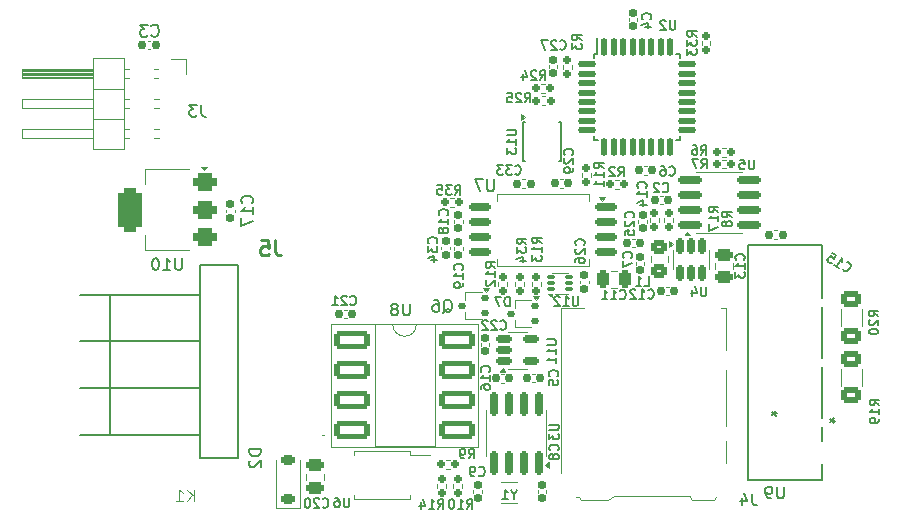
<source format=gbo>
G04 #@! TF.GenerationSoftware,KiCad,Pcbnew,8.0.0*
G04 #@! TF.CreationDate,2024-04-27T08:46:39-07:00*
G04 #@! TF.ProjectId,module controller,6d6f6475-6c65-4206-936f-6e74726f6c6c,rev?*
G04 #@! TF.SameCoordinates,Original*
G04 #@! TF.FileFunction,Legend,Bot*
G04 #@! TF.FilePolarity,Positive*
%FSLAX46Y46*%
G04 Gerber Fmt 4.6, Leading zero omitted, Abs format (unit mm)*
G04 Created by KiCad (PCBNEW 8.0.0) date 2024-04-27 08:46:39*
%MOMM*%
%LPD*%
G01*
G04 APERTURE LIST*
G04 Aperture macros list*
%AMRoundRect*
0 Rectangle with rounded corners*
0 $1 Rounding radius*
0 $2 $3 $4 $5 $6 $7 $8 $9 X,Y pos of 4 corners*
0 Add a 4 corners polygon primitive as box body*
4,1,4,$2,$3,$4,$5,$6,$7,$8,$9,$2,$3,0*
0 Add four circle primitives for the rounded corners*
1,1,$1+$1,$2,$3*
1,1,$1+$1,$4,$5*
1,1,$1+$1,$6,$7*
1,1,$1+$1,$8,$9*
0 Add four rect primitives between the rounded corners*
20,1,$1+$1,$2,$3,$4,$5,0*
20,1,$1+$1,$4,$5,$6,$7,0*
20,1,$1+$1,$6,$7,$8,$9,0*
20,1,$1+$1,$8,$9,$2,$3,0*%
G04 Aperture macros list end*
%ADD10C,0.100000*%
%ADD11C,0.150000*%
%ADD12C,0.254000*%
%ADD13C,0.120000*%
%ADD14C,0.200000*%
%ADD15C,0.152400*%
%ADD16C,1.700000*%
%ADD17C,10.000000*%
%ADD18C,2.500000*%
%ADD19RoundRect,0.250000X-0.450000X0.325000X-0.450000X-0.325000X0.450000X-0.325000X0.450000X0.325000X0*%
%ADD20RoundRect,0.155000X0.212500X0.155000X-0.212500X0.155000X-0.212500X-0.155000X0.212500X-0.155000X0*%
%ADD21RoundRect,0.155000X0.155000X-0.212500X0.155000X0.212500X-0.155000X0.212500X-0.155000X-0.212500X0*%
%ADD22R,1.000000X1.800000*%
%ADD23RoundRect,0.155000X-0.212500X-0.155000X0.212500X-0.155000X0.212500X0.155000X-0.212500X0.155000X0*%
%ADD24RoundRect,0.160000X-0.160000X0.197500X-0.160000X-0.197500X0.160000X-0.197500X0.160000X0.197500X0*%
%ADD25RoundRect,0.155000X-0.155000X0.212500X-0.155000X-0.212500X0.155000X-0.212500X0.155000X0.212500X0*%
%ADD26RoundRect,0.160000X-0.197500X-0.160000X0.197500X-0.160000X0.197500X0.160000X-0.197500X0.160000X0*%
%ADD27R,2.667000X2.667000*%
%ADD28C,2.667000*%
%ADD29RoundRect,0.250000X-0.475000X0.250000X-0.475000X-0.250000X0.475000X-0.250000X0.475000X0.250000X0*%
%ADD30RoundRect,0.160000X0.197500X0.160000X-0.197500X0.160000X-0.197500X-0.160000X0.197500X-0.160000X0*%
%ADD31RoundRect,0.150000X0.150000X-0.825000X0.150000X0.825000X-0.150000X0.825000X-0.150000X-0.825000X0*%
%ADD32RoundRect,0.250000X-0.625000X0.400000X-0.625000X-0.400000X0.625000X-0.400000X0.625000X0.400000X0*%
%ADD33RoundRect,0.112500X-0.237500X0.112500X-0.237500X-0.112500X0.237500X-0.112500X0.237500X0.112500X0*%
%ADD34RoundRect,0.250000X1.300000X0.550000X-1.300000X0.550000X-1.300000X-0.550000X1.300000X-0.550000X0*%
%ADD35RoundRect,0.150000X0.750000X0.150000X-0.750000X0.150000X-0.750000X-0.150000X0.750000X-0.150000X0*%
%ADD36RoundRect,0.160000X0.160000X-0.197500X0.160000X0.197500X-0.160000X0.197500X-0.160000X-0.197500X0*%
%ADD37R,0.400000X1.100000*%
%ADD38R,0.700000X1.200000*%
%ADD39R,0.500000X1.200000*%
%ADD40R,1.000000X0.800000*%
%ADD41R,1.000000X2.800000*%
%ADD42R,1.000000X1.200000*%
%ADD43R,1.300000X1.900000*%
%ADD44RoundRect,0.150000X-0.825000X-0.150000X0.825000X-0.150000X0.825000X0.150000X-0.825000X0.150000X0*%
%ADD45R,1.700000X1.700000*%
%ADD46O,1.700000X1.700000*%
%ADD47R,2.000000X0.640000*%
%ADD48RoundRect,0.150000X-0.150000X0.512500X-0.150000X-0.512500X0.150000X-0.512500X0.150000X0.512500X0*%
%ADD49RoundRect,0.250000X0.250000X0.475000X-0.250000X0.475000X-0.250000X-0.475000X0.250000X-0.475000X0*%
%ADD50RoundRect,0.075000X-0.275000X-0.075000X0.275000X-0.075000X0.275000X0.075000X-0.275000X0.075000X0*%
%ADD51RoundRect,0.375000X0.625000X0.375000X-0.625000X0.375000X-0.625000X-0.375000X0.625000X-0.375000X0*%
%ADD52RoundRect,0.500000X0.500000X1.400000X-0.500000X1.400000X-0.500000X-1.400000X0.500000X-1.400000X0*%
%ADD53RoundRect,0.225000X0.375000X-0.225000X0.375000X0.225000X-0.375000X0.225000X-0.375000X-0.225000X0*%
%ADD54RoundRect,0.150000X-0.512500X-0.150000X0.512500X-0.150000X0.512500X0.150000X-0.512500X0.150000X0*%
%ADD55RoundRect,0.125000X-0.125000X0.675000X-0.125000X-0.675000X0.125000X-0.675000X0.125000X0.675000X0*%
%ADD56RoundRect,0.125000X0.675000X0.125000X-0.675000X0.125000X-0.675000X-0.125000X0.675000X-0.125000X0*%
G04 APERTURE END LIST*
D10*
X96426330Y-75615655D02*
X96426330Y-74615655D01*
X95854902Y-75615655D02*
X96283473Y-75044226D01*
X95854902Y-74615655D02*
X96426330Y-75187083D01*
X94902521Y-75615655D02*
X95473949Y-75615655D01*
X95188235Y-75615655D02*
X95188235Y-74615655D01*
X95188235Y-74615655D02*
X95283473Y-74758512D01*
X95283473Y-74758512D02*
X95378711Y-74853750D01*
X95378711Y-74853750D02*
X95473949Y-74901369D01*
D11*
X134523333Y-57352295D02*
X134904285Y-57352295D01*
X134904285Y-57352295D02*
X134904285Y-56552295D01*
X133837619Y-57352295D02*
X134294762Y-57352295D01*
X134066190Y-57352295D02*
X134066190Y-56552295D01*
X134066190Y-56552295D02*
X134142381Y-56666580D01*
X134142381Y-56666580D02*
X134218571Y-56742771D01*
X134218571Y-56742771D02*
X134294762Y-56780866D01*
X136658332Y-47965104D02*
X136696428Y-48003200D01*
X136696428Y-48003200D02*
X136810713Y-48041295D01*
X136810713Y-48041295D02*
X136886904Y-48041295D01*
X136886904Y-48041295D02*
X137001190Y-48003200D01*
X137001190Y-48003200D02*
X137077380Y-47927009D01*
X137077380Y-47927009D02*
X137115475Y-47850819D01*
X137115475Y-47850819D02*
X137153571Y-47698438D01*
X137153571Y-47698438D02*
X137153571Y-47584152D01*
X137153571Y-47584152D02*
X137115475Y-47431771D01*
X137115475Y-47431771D02*
X137077380Y-47355580D01*
X137077380Y-47355580D02*
X137001190Y-47279390D01*
X137001190Y-47279390D02*
X136886904Y-47241295D01*
X136886904Y-47241295D02*
X136810713Y-47241295D01*
X136810713Y-47241295D02*
X136696428Y-47279390D01*
X136696428Y-47279390D02*
X136658332Y-47317485D01*
X135972618Y-47241295D02*
X136124999Y-47241295D01*
X136124999Y-47241295D02*
X136201190Y-47279390D01*
X136201190Y-47279390D02*
X136239285Y-47317485D01*
X136239285Y-47317485D02*
X136315475Y-47431771D01*
X136315475Y-47431771D02*
X136353571Y-47584152D01*
X136353571Y-47584152D02*
X136353571Y-47888914D01*
X136353571Y-47888914D02*
X136315475Y-47965104D01*
X136315475Y-47965104D02*
X136277380Y-48003200D01*
X136277380Y-48003200D02*
X136201190Y-48041295D01*
X136201190Y-48041295D02*
X136048809Y-48041295D01*
X136048809Y-48041295D02*
X135972618Y-48003200D01*
X135972618Y-48003200D02*
X135934523Y-47965104D01*
X135934523Y-47965104D02*
X135896428Y-47888914D01*
X135896428Y-47888914D02*
X135896428Y-47698438D01*
X135896428Y-47698438D02*
X135934523Y-47622247D01*
X135934523Y-47622247D02*
X135972618Y-47584152D01*
X135972618Y-47584152D02*
X136048809Y-47546057D01*
X136048809Y-47546057D02*
X136201190Y-47546057D01*
X136201190Y-47546057D02*
X136277380Y-47584152D01*
X136277380Y-47584152D02*
X136315475Y-47622247D01*
X136315475Y-47622247D02*
X136353571Y-47698438D01*
X127206104Y-71296667D02*
X127244200Y-71258571D01*
X127244200Y-71258571D02*
X127282295Y-71144286D01*
X127282295Y-71144286D02*
X127282295Y-71068095D01*
X127282295Y-71068095D02*
X127244200Y-70953809D01*
X127244200Y-70953809D02*
X127168009Y-70877619D01*
X127168009Y-70877619D02*
X127091819Y-70839524D01*
X127091819Y-70839524D02*
X126939438Y-70801428D01*
X126939438Y-70801428D02*
X126825152Y-70801428D01*
X126825152Y-70801428D02*
X126672771Y-70839524D01*
X126672771Y-70839524D02*
X126596580Y-70877619D01*
X126596580Y-70877619D02*
X126520390Y-70953809D01*
X126520390Y-70953809D02*
X126482295Y-71068095D01*
X126482295Y-71068095D02*
X126482295Y-71144286D01*
X126482295Y-71144286D02*
X126520390Y-71258571D01*
X126520390Y-71258571D02*
X126558485Y-71296667D01*
X126825152Y-71753809D02*
X126787057Y-71677619D01*
X126787057Y-71677619D02*
X126748961Y-71639524D01*
X126748961Y-71639524D02*
X126672771Y-71601428D01*
X126672771Y-71601428D02*
X126634676Y-71601428D01*
X126634676Y-71601428D02*
X126558485Y-71639524D01*
X126558485Y-71639524D02*
X126520390Y-71677619D01*
X126520390Y-71677619D02*
X126482295Y-71753809D01*
X126482295Y-71753809D02*
X126482295Y-71906190D01*
X126482295Y-71906190D02*
X126520390Y-71982381D01*
X126520390Y-71982381D02*
X126558485Y-72020476D01*
X126558485Y-72020476D02*
X126634676Y-72058571D01*
X126634676Y-72058571D02*
X126672771Y-72058571D01*
X126672771Y-72058571D02*
X126748961Y-72020476D01*
X126748961Y-72020476D02*
X126787057Y-71982381D01*
X126787057Y-71982381D02*
X126825152Y-71906190D01*
X126825152Y-71906190D02*
X126825152Y-71753809D01*
X126825152Y-71753809D02*
X126863247Y-71677619D01*
X126863247Y-71677619D02*
X126901342Y-71639524D01*
X126901342Y-71639524D02*
X126977533Y-71601428D01*
X126977533Y-71601428D02*
X127129914Y-71601428D01*
X127129914Y-71601428D02*
X127206104Y-71639524D01*
X127206104Y-71639524D02*
X127244200Y-71677619D01*
X127244200Y-71677619D02*
X127282295Y-71753809D01*
X127282295Y-71753809D02*
X127282295Y-71906190D01*
X127282295Y-71906190D02*
X127244200Y-71982381D01*
X127244200Y-71982381D02*
X127206104Y-72020476D01*
X127206104Y-72020476D02*
X127129914Y-72058571D01*
X127129914Y-72058571D02*
X126977533Y-72058571D01*
X126977533Y-72058571D02*
X126901342Y-72020476D01*
X126901342Y-72020476D02*
X126863247Y-71982381D01*
X126863247Y-71982381D02*
X126825152Y-71906190D01*
X123490951Y-75041342D02*
X123490951Y-75422295D01*
X123757618Y-74622295D02*
X123490951Y-75041342D01*
X123490951Y-75041342D02*
X123224285Y-74622295D01*
X122538571Y-75422295D02*
X122995714Y-75422295D01*
X122767142Y-75422295D02*
X122767142Y-74622295D01*
X122767142Y-74622295D02*
X122843333Y-74736580D01*
X122843333Y-74736580D02*
X122919523Y-74812771D01*
X122919523Y-74812771D02*
X122995714Y-74850866D01*
X127196104Y-65006667D02*
X127234200Y-64968571D01*
X127234200Y-64968571D02*
X127272295Y-64854286D01*
X127272295Y-64854286D02*
X127272295Y-64778095D01*
X127272295Y-64778095D02*
X127234200Y-64663809D01*
X127234200Y-64663809D02*
X127158009Y-64587619D01*
X127158009Y-64587619D02*
X127081819Y-64549524D01*
X127081819Y-64549524D02*
X126929438Y-64511428D01*
X126929438Y-64511428D02*
X126815152Y-64511428D01*
X126815152Y-64511428D02*
X126662771Y-64549524D01*
X126662771Y-64549524D02*
X126586580Y-64587619D01*
X126586580Y-64587619D02*
X126510390Y-64663809D01*
X126510390Y-64663809D02*
X126472295Y-64778095D01*
X126472295Y-64778095D02*
X126472295Y-64854286D01*
X126472295Y-64854286D02*
X126510390Y-64968571D01*
X126510390Y-64968571D02*
X126548485Y-65006667D01*
X126472295Y-65730476D02*
X126472295Y-65349524D01*
X126472295Y-65349524D02*
X126853247Y-65311428D01*
X126853247Y-65311428D02*
X126815152Y-65349524D01*
X126815152Y-65349524D02*
X126777057Y-65425714D01*
X126777057Y-65425714D02*
X126777057Y-65616190D01*
X126777057Y-65616190D02*
X126815152Y-65692381D01*
X126815152Y-65692381D02*
X126853247Y-65730476D01*
X126853247Y-65730476D02*
X126929438Y-65768571D01*
X126929438Y-65768571D02*
X127119914Y-65768571D01*
X127119914Y-65768571D02*
X127196104Y-65730476D01*
X127196104Y-65730476D02*
X127234200Y-65692381D01*
X127234200Y-65692381D02*
X127272295Y-65616190D01*
X127272295Y-65616190D02*
X127272295Y-65425714D01*
X127272295Y-65425714D02*
X127234200Y-65349524D01*
X127234200Y-65349524D02*
X127196104Y-65311428D01*
X135046104Y-34776667D02*
X135084200Y-34738571D01*
X135084200Y-34738571D02*
X135122295Y-34624286D01*
X135122295Y-34624286D02*
X135122295Y-34548095D01*
X135122295Y-34548095D02*
X135084200Y-34433809D01*
X135084200Y-34433809D02*
X135008009Y-34357619D01*
X135008009Y-34357619D02*
X134931819Y-34319524D01*
X134931819Y-34319524D02*
X134779438Y-34281428D01*
X134779438Y-34281428D02*
X134665152Y-34281428D01*
X134665152Y-34281428D02*
X134512771Y-34319524D01*
X134512771Y-34319524D02*
X134436580Y-34357619D01*
X134436580Y-34357619D02*
X134360390Y-34433809D01*
X134360390Y-34433809D02*
X134322295Y-34548095D01*
X134322295Y-34548095D02*
X134322295Y-34624286D01*
X134322295Y-34624286D02*
X134360390Y-34738571D01*
X134360390Y-34738571D02*
X134398485Y-34776667D01*
X134588961Y-35462381D02*
X135122295Y-35462381D01*
X134284200Y-35271905D02*
X134855628Y-35081428D01*
X134855628Y-35081428D02*
X134855628Y-35576667D01*
X140792295Y-51125714D02*
X140411342Y-50859047D01*
X140792295Y-50668571D02*
X139992295Y-50668571D01*
X139992295Y-50668571D02*
X139992295Y-50973333D01*
X139992295Y-50973333D02*
X140030390Y-51049523D01*
X140030390Y-51049523D02*
X140068485Y-51087618D01*
X140068485Y-51087618D02*
X140144676Y-51125714D01*
X140144676Y-51125714D02*
X140258961Y-51125714D01*
X140258961Y-51125714D02*
X140335152Y-51087618D01*
X140335152Y-51087618D02*
X140373247Y-51049523D01*
X140373247Y-51049523D02*
X140411342Y-50973333D01*
X140411342Y-50973333D02*
X140411342Y-50668571D01*
X140792295Y-51887618D02*
X140792295Y-51430475D01*
X140792295Y-51659047D02*
X139992295Y-51659047D01*
X139992295Y-51659047D02*
X140106580Y-51582856D01*
X140106580Y-51582856D02*
X140182771Y-51506666D01*
X140182771Y-51506666D02*
X140220866Y-51430475D01*
X139992295Y-52154285D02*
X139992295Y-52687619D01*
X139992295Y-52687619D02*
X140792295Y-52344761D01*
X122364285Y-61016104D02*
X122402381Y-61054200D01*
X122402381Y-61054200D02*
X122516666Y-61092295D01*
X122516666Y-61092295D02*
X122592857Y-61092295D01*
X122592857Y-61092295D02*
X122707143Y-61054200D01*
X122707143Y-61054200D02*
X122783333Y-60978009D01*
X122783333Y-60978009D02*
X122821428Y-60901819D01*
X122821428Y-60901819D02*
X122859524Y-60749438D01*
X122859524Y-60749438D02*
X122859524Y-60635152D01*
X122859524Y-60635152D02*
X122821428Y-60482771D01*
X122821428Y-60482771D02*
X122783333Y-60406580D01*
X122783333Y-60406580D02*
X122707143Y-60330390D01*
X122707143Y-60330390D02*
X122592857Y-60292295D01*
X122592857Y-60292295D02*
X122516666Y-60292295D01*
X122516666Y-60292295D02*
X122402381Y-60330390D01*
X122402381Y-60330390D02*
X122364285Y-60368485D01*
X122059524Y-60368485D02*
X122021428Y-60330390D01*
X122021428Y-60330390D02*
X121945238Y-60292295D01*
X121945238Y-60292295D02*
X121754762Y-60292295D01*
X121754762Y-60292295D02*
X121678571Y-60330390D01*
X121678571Y-60330390D02*
X121640476Y-60368485D01*
X121640476Y-60368485D02*
X121602381Y-60444676D01*
X121602381Y-60444676D02*
X121602381Y-60520866D01*
X121602381Y-60520866D02*
X121640476Y-60635152D01*
X121640476Y-60635152D02*
X122097619Y-61092295D01*
X122097619Y-61092295D02*
X121602381Y-61092295D01*
X121297619Y-60368485D02*
X121259523Y-60330390D01*
X121259523Y-60330390D02*
X121183333Y-60292295D01*
X121183333Y-60292295D02*
X120992857Y-60292295D01*
X120992857Y-60292295D02*
X120916666Y-60330390D01*
X120916666Y-60330390D02*
X120878571Y-60368485D01*
X120878571Y-60368485D02*
X120840476Y-60444676D01*
X120840476Y-60444676D02*
X120840476Y-60520866D01*
X120840476Y-60520866D02*
X120878571Y-60635152D01*
X120878571Y-60635152D02*
X121335714Y-61092295D01*
X121335714Y-61092295D02*
X120840476Y-61092295D01*
X139343332Y-46282295D02*
X139609999Y-45901342D01*
X139800475Y-46282295D02*
X139800475Y-45482295D01*
X139800475Y-45482295D02*
X139495713Y-45482295D01*
X139495713Y-45482295D02*
X139419523Y-45520390D01*
X139419523Y-45520390D02*
X139381428Y-45558485D01*
X139381428Y-45558485D02*
X139343332Y-45634676D01*
X139343332Y-45634676D02*
X139343332Y-45748961D01*
X139343332Y-45748961D02*
X139381428Y-45825152D01*
X139381428Y-45825152D02*
X139419523Y-45863247D01*
X139419523Y-45863247D02*
X139495713Y-45901342D01*
X139495713Y-45901342D02*
X139800475Y-45901342D01*
X138657618Y-45482295D02*
X138809999Y-45482295D01*
X138809999Y-45482295D02*
X138886190Y-45520390D01*
X138886190Y-45520390D02*
X138924285Y-45558485D01*
X138924285Y-45558485D02*
X139000475Y-45672771D01*
X139000475Y-45672771D02*
X139038571Y-45825152D01*
X139038571Y-45825152D02*
X139038571Y-46129914D01*
X139038571Y-46129914D02*
X139000475Y-46206104D01*
X139000475Y-46206104D02*
X138962380Y-46244200D01*
X138962380Y-46244200D02*
X138886190Y-46282295D01*
X138886190Y-46282295D02*
X138733809Y-46282295D01*
X138733809Y-46282295D02*
X138657618Y-46244200D01*
X138657618Y-46244200D02*
X138619523Y-46206104D01*
X138619523Y-46206104D02*
X138581428Y-46129914D01*
X138581428Y-46129914D02*
X138581428Y-45939438D01*
X138581428Y-45939438D02*
X138619523Y-45863247D01*
X138619523Y-45863247D02*
X138657618Y-45825152D01*
X138657618Y-45825152D02*
X138733809Y-45787057D01*
X138733809Y-45787057D02*
X138886190Y-45787057D01*
X138886190Y-45787057D02*
X138962380Y-45825152D01*
X138962380Y-45825152D02*
X139000475Y-45863247D01*
X139000475Y-45863247D02*
X139038571Y-45939438D01*
X128446104Y-46275714D02*
X128484200Y-46237618D01*
X128484200Y-46237618D02*
X128522295Y-46123333D01*
X128522295Y-46123333D02*
X128522295Y-46047142D01*
X128522295Y-46047142D02*
X128484200Y-45932856D01*
X128484200Y-45932856D02*
X128408009Y-45856666D01*
X128408009Y-45856666D02*
X128331819Y-45818571D01*
X128331819Y-45818571D02*
X128179438Y-45780475D01*
X128179438Y-45780475D02*
X128065152Y-45780475D01*
X128065152Y-45780475D02*
X127912771Y-45818571D01*
X127912771Y-45818571D02*
X127836580Y-45856666D01*
X127836580Y-45856666D02*
X127760390Y-45932856D01*
X127760390Y-45932856D02*
X127722295Y-46047142D01*
X127722295Y-46047142D02*
X127722295Y-46123333D01*
X127722295Y-46123333D02*
X127760390Y-46237618D01*
X127760390Y-46237618D02*
X127798485Y-46275714D01*
X127798485Y-46580475D02*
X127760390Y-46618571D01*
X127760390Y-46618571D02*
X127722295Y-46694761D01*
X127722295Y-46694761D02*
X127722295Y-46885237D01*
X127722295Y-46885237D02*
X127760390Y-46961428D01*
X127760390Y-46961428D02*
X127798485Y-46999523D01*
X127798485Y-46999523D02*
X127874676Y-47037618D01*
X127874676Y-47037618D02*
X127950866Y-47037618D01*
X127950866Y-47037618D02*
X128065152Y-46999523D01*
X128065152Y-46999523D02*
X128522295Y-46542380D01*
X128522295Y-46542380D02*
X128522295Y-47037618D01*
X128522295Y-47418571D02*
X128522295Y-47570952D01*
X128522295Y-47570952D02*
X128484200Y-47647142D01*
X128484200Y-47647142D02*
X128446104Y-47685238D01*
X128446104Y-47685238D02*
X128331819Y-47761428D01*
X128331819Y-47761428D02*
X128179438Y-47799523D01*
X128179438Y-47799523D02*
X127874676Y-47799523D01*
X127874676Y-47799523D02*
X127798485Y-47761428D01*
X127798485Y-47761428D02*
X127760390Y-47723333D01*
X127760390Y-47723333D02*
X127722295Y-47647142D01*
X127722295Y-47647142D02*
X127722295Y-47494761D01*
X127722295Y-47494761D02*
X127760390Y-47418571D01*
X127760390Y-47418571D02*
X127798485Y-47380476D01*
X127798485Y-47380476D02*
X127874676Y-47342380D01*
X127874676Y-47342380D02*
X128065152Y-47342380D01*
X128065152Y-47342380D02*
X128141342Y-47380476D01*
X128141342Y-47380476D02*
X128179438Y-47418571D01*
X128179438Y-47418571D02*
X128217533Y-47494761D01*
X128217533Y-47494761D02*
X128217533Y-47647142D01*
X128217533Y-47647142D02*
X128179438Y-47723333D01*
X128179438Y-47723333D02*
X128141342Y-47761428D01*
X128141342Y-47761428D02*
X128065152Y-47799523D01*
D12*
X103293332Y-53524318D02*
X103293332Y-54431461D01*
X103293332Y-54431461D02*
X103353809Y-54612889D01*
X103353809Y-54612889D02*
X103474761Y-54733842D01*
X103474761Y-54733842D02*
X103656190Y-54794318D01*
X103656190Y-54794318D02*
X103777142Y-54794318D01*
X102083809Y-53524318D02*
X102688571Y-53524318D01*
X102688571Y-53524318D02*
X102749047Y-54129080D01*
X102749047Y-54129080D02*
X102688571Y-54068603D01*
X102688571Y-54068603D02*
X102567618Y-54008127D01*
X102567618Y-54008127D02*
X102265237Y-54008127D01*
X102265237Y-54008127D02*
X102144285Y-54068603D01*
X102144285Y-54068603D02*
X102083809Y-54129080D01*
X102083809Y-54129080D02*
X102023332Y-54250032D01*
X102023332Y-54250032D02*
X102023332Y-54552413D01*
X102023332Y-54552413D02*
X102083809Y-54673365D01*
X102083809Y-54673365D02*
X102144285Y-54733842D01*
X102144285Y-54733842D02*
X102265237Y-54794318D01*
X102265237Y-54794318D02*
X102567618Y-54794318D01*
X102567618Y-54794318D02*
X102688571Y-54733842D01*
X102688571Y-54733842D02*
X102749047Y-54673365D01*
D11*
X142976104Y-55165714D02*
X143014200Y-55127618D01*
X143014200Y-55127618D02*
X143052295Y-55013333D01*
X143052295Y-55013333D02*
X143052295Y-54937142D01*
X143052295Y-54937142D02*
X143014200Y-54822856D01*
X143014200Y-54822856D02*
X142938009Y-54746666D01*
X142938009Y-54746666D02*
X142861819Y-54708571D01*
X142861819Y-54708571D02*
X142709438Y-54670475D01*
X142709438Y-54670475D02*
X142595152Y-54670475D01*
X142595152Y-54670475D02*
X142442771Y-54708571D01*
X142442771Y-54708571D02*
X142366580Y-54746666D01*
X142366580Y-54746666D02*
X142290390Y-54822856D01*
X142290390Y-54822856D02*
X142252295Y-54937142D01*
X142252295Y-54937142D02*
X142252295Y-55013333D01*
X142252295Y-55013333D02*
X142290390Y-55127618D01*
X142290390Y-55127618D02*
X142328485Y-55165714D01*
X143052295Y-55927618D02*
X143052295Y-55470475D01*
X143052295Y-55699047D02*
X142252295Y-55699047D01*
X142252295Y-55699047D02*
X142366580Y-55622856D01*
X142366580Y-55622856D02*
X142442771Y-55546666D01*
X142442771Y-55546666D02*
X142480866Y-55470475D01*
X142252295Y-56194285D02*
X142252295Y-56689523D01*
X142252295Y-56689523D02*
X142557057Y-56422857D01*
X142557057Y-56422857D02*
X142557057Y-56537142D01*
X142557057Y-56537142D02*
X142595152Y-56613333D01*
X142595152Y-56613333D02*
X142633247Y-56651428D01*
X142633247Y-56651428D02*
X142709438Y-56689523D01*
X142709438Y-56689523D02*
X142899914Y-56689523D01*
X142899914Y-56689523D02*
X142976104Y-56651428D01*
X142976104Y-56651428D02*
X143014200Y-56613333D01*
X143014200Y-56613333D02*
X143052295Y-56537142D01*
X143052295Y-56537142D02*
X143052295Y-56308571D01*
X143052295Y-56308571D02*
X143014200Y-56232380D01*
X143014200Y-56232380D02*
X142976104Y-56194285D01*
X134656104Y-49065714D02*
X134694200Y-49027618D01*
X134694200Y-49027618D02*
X134732295Y-48913333D01*
X134732295Y-48913333D02*
X134732295Y-48837142D01*
X134732295Y-48837142D02*
X134694200Y-48722856D01*
X134694200Y-48722856D02*
X134618009Y-48646666D01*
X134618009Y-48646666D02*
X134541819Y-48608571D01*
X134541819Y-48608571D02*
X134389438Y-48570475D01*
X134389438Y-48570475D02*
X134275152Y-48570475D01*
X134275152Y-48570475D02*
X134122771Y-48608571D01*
X134122771Y-48608571D02*
X134046580Y-48646666D01*
X134046580Y-48646666D02*
X133970390Y-48722856D01*
X133970390Y-48722856D02*
X133932295Y-48837142D01*
X133932295Y-48837142D02*
X133932295Y-48913333D01*
X133932295Y-48913333D02*
X133970390Y-49027618D01*
X133970390Y-49027618D02*
X134008485Y-49065714D01*
X134732295Y-49827618D02*
X134732295Y-49370475D01*
X134732295Y-49599047D02*
X133932295Y-49599047D01*
X133932295Y-49599047D02*
X134046580Y-49522856D01*
X134046580Y-49522856D02*
X134122771Y-49446666D01*
X134122771Y-49446666D02*
X134160866Y-49370475D01*
X134198961Y-50513333D02*
X134732295Y-50513333D01*
X133894200Y-50322857D02*
X134465628Y-50132380D01*
X134465628Y-50132380D02*
X134465628Y-50627619D01*
X127384285Y-37296104D02*
X127422381Y-37334200D01*
X127422381Y-37334200D02*
X127536666Y-37372295D01*
X127536666Y-37372295D02*
X127612857Y-37372295D01*
X127612857Y-37372295D02*
X127727143Y-37334200D01*
X127727143Y-37334200D02*
X127803333Y-37258009D01*
X127803333Y-37258009D02*
X127841428Y-37181819D01*
X127841428Y-37181819D02*
X127879524Y-37029438D01*
X127879524Y-37029438D02*
X127879524Y-36915152D01*
X127879524Y-36915152D02*
X127841428Y-36762771D01*
X127841428Y-36762771D02*
X127803333Y-36686580D01*
X127803333Y-36686580D02*
X127727143Y-36610390D01*
X127727143Y-36610390D02*
X127612857Y-36572295D01*
X127612857Y-36572295D02*
X127536666Y-36572295D01*
X127536666Y-36572295D02*
X127422381Y-36610390D01*
X127422381Y-36610390D02*
X127384285Y-36648485D01*
X127079524Y-36648485D02*
X127041428Y-36610390D01*
X127041428Y-36610390D02*
X126965238Y-36572295D01*
X126965238Y-36572295D02*
X126774762Y-36572295D01*
X126774762Y-36572295D02*
X126698571Y-36610390D01*
X126698571Y-36610390D02*
X126660476Y-36648485D01*
X126660476Y-36648485D02*
X126622381Y-36724676D01*
X126622381Y-36724676D02*
X126622381Y-36800866D01*
X126622381Y-36800866D02*
X126660476Y-36915152D01*
X126660476Y-36915152D02*
X127117619Y-37372295D01*
X127117619Y-37372295D02*
X126622381Y-37372295D01*
X126355714Y-36572295D02*
X125822380Y-36572295D01*
X125822380Y-36572295D02*
X126165238Y-37372295D01*
X141952295Y-51576667D02*
X141571342Y-51310000D01*
X141952295Y-51119524D02*
X141152295Y-51119524D01*
X141152295Y-51119524D02*
X141152295Y-51424286D01*
X141152295Y-51424286D02*
X141190390Y-51500476D01*
X141190390Y-51500476D02*
X141228485Y-51538571D01*
X141228485Y-51538571D02*
X141304676Y-51576667D01*
X141304676Y-51576667D02*
X141418961Y-51576667D01*
X141418961Y-51576667D02*
X141495152Y-51538571D01*
X141495152Y-51538571D02*
X141533247Y-51500476D01*
X141533247Y-51500476D02*
X141571342Y-51424286D01*
X141571342Y-51424286D02*
X141571342Y-51119524D01*
X141495152Y-52033809D02*
X141457057Y-51957619D01*
X141457057Y-51957619D02*
X141418961Y-51919524D01*
X141418961Y-51919524D02*
X141342771Y-51881428D01*
X141342771Y-51881428D02*
X141304676Y-51881428D01*
X141304676Y-51881428D02*
X141228485Y-51919524D01*
X141228485Y-51919524D02*
X141190390Y-51957619D01*
X141190390Y-51957619D02*
X141152295Y-52033809D01*
X141152295Y-52033809D02*
X141152295Y-52186190D01*
X141152295Y-52186190D02*
X141190390Y-52262381D01*
X141190390Y-52262381D02*
X141228485Y-52300476D01*
X141228485Y-52300476D02*
X141304676Y-52338571D01*
X141304676Y-52338571D02*
X141342771Y-52338571D01*
X141342771Y-52338571D02*
X141418961Y-52300476D01*
X141418961Y-52300476D02*
X141457057Y-52262381D01*
X141457057Y-52262381D02*
X141495152Y-52186190D01*
X141495152Y-52186190D02*
X141495152Y-52033809D01*
X141495152Y-52033809D02*
X141533247Y-51957619D01*
X141533247Y-51957619D02*
X141571342Y-51919524D01*
X141571342Y-51919524D02*
X141647533Y-51881428D01*
X141647533Y-51881428D02*
X141799914Y-51881428D01*
X141799914Y-51881428D02*
X141876104Y-51919524D01*
X141876104Y-51919524D02*
X141914200Y-51957619D01*
X141914200Y-51957619D02*
X141952295Y-52033809D01*
X141952295Y-52033809D02*
X141952295Y-52186190D01*
X141952295Y-52186190D02*
X141914200Y-52262381D01*
X141914200Y-52262381D02*
X141876104Y-52300476D01*
X141876104Y-52300476D02*
X141799914Y-52338571D01*
X141799914Y-52338571D02*
X141647533Y-52338571D01*
X141647533Y-52338571D02*
X141571342Y-52300476D01*
X141571342Y-52300476D02*
X141533247Y-52262381D01*
X141533247Y-52262381D02*
X141495152Y-52186190D01*
X139383332Y-47402295D02*
X139649999Y-47021342D01*
X139840475Y-47402295D02*
X139840475Y-46602295D01*
X139840475Y-46602295D02*
X139535713Y-46602295D01*
X139535713Y-46602295D02*
X139459523Y-46640390D01*
X139459523Y-46640390D02*
X139421428Y-46678485D01*
X139421428Y-46678485D02*
X139383332Y-46754676D01*
X139383332Y-46754676D02*
X139383332Y-46868961D01*
X139383332Y-46868961D02*
X139421428Y-46945152D01*
X139421428Y-46945152D02*
X139459523Y-46983247D01*
X139459523Y-46983247D02*
X139535713Y-47021342D01*
X139535713Y-47021342D02*
X139840475Y-47021342D01*
X139116666Y-46602295D02*
X138583332Y-46602295D01*
X138583332Y-46602295D02*
X138926190Y-47402295D01*
X109657285Y-58928104D02*
X109695381Y-58966200D01*
X109695381Y-58966200D02*
X109809666Y-59004295D01*
X109809666Y-59004295D02*
X109885857Y-59004295D01*
X109885857Y-59004295D02*
X110000143Y-58966200D01*
X110000143Y-58966200D02*
X110076333Y-58890009D01*
X110076333Y-58890009D02*
X110114428Y-58813819D01*
X110114428Y-58813819D02*
X110152524Y-58661438D01*
X110152524Y-58661438D02*
X110152524Y-58547152D01*
X110152524Y-58547152D02*
X110114428Y-58394771D01*
X110114428Y-58394771D02*
X110076333Y-58318580D01*
X110076333Y-58318580D02*
X110000143Y-58242390D01*
X110000143Y-58242390D02*
X109885857Y-58204295D01*
X109885857Y-58204295D02*
X109809666Y-58204295D01*
X109809666Y-58204295D02*
X109695381Y-58242390D01*
X109695381Y-58242390D02*
X109657285Y-58280485D01*
X109352524Y-58280485D02*
X109314428Y-58242390D01*
X109314428Y-58242390D02*
X109238238Y-58204295D01*
X109238238Y-58204295D02*
X109047762Y-58204295D01*
X109047762Y-58204295D02*
X108971571Y-58242390D01*
X108971571Y-58242390D02*
X108933476Y-58280485D01*
X108933476Y-58280485D02*
X108895381Y-58356676D01*
X108895381Y-58356676D02*
X108895381Y-58432866D01*
X108895381Y-58432866D02*
X108933476Y-58547152D01*
X108933476Y-58547152D02*
X109390619Y-59004295D01*
X109390619Y-59004295D02*
X108895381Y-59004295D01*
X108133476Y-59004295D02*
X108590619Y-59004295D01*
X108362047Y-59004295D02*
X108362047Y-58204295D01*
X108362047Y-58204295D02*
X108438238Y-58318580D01*
X108438238Y-58318580D02*
X108514428Y-58394771D01*
X108514428Y-58394771D02*
X108590619Y-58432866D01*
X126502295Y-69110476D02*
X127149914Y-69110476D01*
X127149914Y-69110476D02*
X127226104Y-69148571D01*
X127226104Y-69148571D02*
X127264200Y-69186666D01*
X127264200Y-69186666D02*
X127302295Y-69262857D01*
X127302295Y-69262857D02*
X127302295Y-69415238D01*
X127302295Y-69415238D02*
X127264200Y-69491428D01*
X127264200Y-69491428D02*
X127226104Y-69529523D01*
X127226104Y-69529523D02*
X127149914Y-69567619D01*
X127149914Y-69567619D02*
X126502295Y-69567619D01*
X126502295Y-69872380D02*
X126502295Y-70367618D01*
X126502295Y-70367618D02*
X126807057Y-70100952D01*
X126807057Y-70100952D02*
X126807057Y-70215237D01*
X126807057Y-70215237D02*
X126845152Y-70291428D01*
X126845152Y-70291428D02*
X126883247Y-70329523D01*
X126883247Y-70329523D02*
X126959438Y-70367618D01*
X126959438Y-70367618D02*
X127149914Y-70367618D01*
X127149914Y-70367618D02*
X127226104Y-70329523D01*
X127226104Y-70329523D02*
X127264200Y-70291428D01*
X127264200Y-70291428D02*
X127302295Y-70215237D01*
X127302295Y-70215237D02*
X127302295Y-69986666D01*
X127302295Y-69986666D02*
X127264200Y-69910475D01*
X127264200Y-69910475D02*
X127226104Y-69872380D01*
X154422295Y-67475714D02*
X154041342Y-67209047D01*
X154422295Y-67018571D02*
X153622295Y-67018571D01*
X153622295Y-67018571D02*
X153622295Y-67323333D01*
X153622295Y-67323333D02*
X153660390Y-67399523D01*
X153660390Y-67399523D02*
X153698485Y-67437618D01*
X153698485Y-67437618D02*
X153774676Y-67475714D01*
X153774676Y-67475714D02*
X153888961Y-67475714D01*
X153888961Y-67475714D02*
X153965152Y-67437618D01*
X153965152Y-67437618D02*
X154003247Y-67399523D01*
X154003247Y-67399523D02*
X154041342Y-67323333D01*
X154041342Y-67323333D02*
X154041342Y-67018571D01*
X154422295Y-68237618D02*
X154422295Y-67780475D01*
X154422295Y-68009047D02*
X153622295Y-68009047D01*
X153622295Y-68009047D02*
X153736580Y-67932856D01*
X153736580Y-67932856D02*
X153812771Y-67856666D01*
X153812771Y-67856666D02*
X153850866Y-67780475D01*
X154422295Y-68618571D02*
X154422295Y-68770952D01*
X154422295Y-68770952D02*
X154384200Y-68847142D01*
X154384200Y-68847142D02*
X154346104Y-68885238D01*
X154346104Y-68885238D02*
X154231819Y-68961428D01*
X154231819Y-68961428D02*
X154079438Y-68999523D01*
X154079438Y-68999523D02*
X153774676Y-68999523D01*
X153774676Y-68999523D02*
X153698485Y-68961428D01*
X153698485Y-68961428D02*
X153660390Y-68923333D01*
X153660390Y-68923333D02*
X153622295Y-68847142D01*
X153622295Y-68847142D02*
X153622295Y-68694761D01*
X153622295Y-68694761D02*
X153660390Y-68618571D01*
X153660390Y-68618571D02*
X153698485Y-68580476D01*
X153698485Y-68580476D02*
X153774676Y-68542380D01*
X153774676Y-68542380D02*
X153965152Y-68542380D01*
X153965152Y-68542380D02*
X154041342Y-68580476D01*
X154041342Y-68580476D02*
X154079438Y-68618571D01*
X154079438Y-68618571D02*
X154117533Y-68694761D01*
X154117533Y-68694761D02*
X154117533Y-68847142D01*
X154117533Y-68847142D02*
X154079438Y-68923333D01*
X154079438Y-68923333D02*
X154041342Y-68961428D01*
X154041342Y-68961428D02*
X153965152Y-68999523D01*
X117515238Y-59650057D02*
X117610476Y-59602438D01*
X117610476Y-59602438D02*
X117705714Y-59507200D01*
X117705714Y-59507200D02*
X117848571Y-59364342D01*
X117848571Y-59364342D02*
X117943809Y-59316723D01*
X117943809Y-59316723D02*
X118039047Y-59316723D01*
X117991428Y-59554819D02*
X118086666Y-59507200D01*
X118086666Y-59507200D02*
X118181904Y-59411961D01*
X118181904Y-59411961D02*
X118229523Y-59221485D01*
X118229523Y-59221485D02*
X118229523Y-58888152D01*
X118229523Y-58888152D02*
X118181904Y-58697676D01*
X118181904Y-58697676D02*
X118086666Y-58602438D01*
X118086666Y-58602438D02*
X117991428Y-58554819D01*
X117991428Y-58554819D02*
X117800952Y-58554819D01*
X117800952Y-58554819D02*
X117705714Y-58602438D01*
X117705714Y-58602438D02*
X117610476Y-58697676D01*
X117610476Y-58697676D02*
X117562857Y-58888152D01*
X117562857Y-58888152D02*
X117562857Y-59221485D01*
X117562857Y-59221485D02*
X117610476Y-59411961D01*
X117610476Y-59411961D02*
X117705714Y-59507200D01*
X117705714Y-59507200D02*
X117800952Y-59554819D01*
X117800952Y-59554819D02*
X117991428Y-59554819D01*
X116705714Y-58554819D02*
X116896190Y-58554819D01*
X116896190Y-58554819D02*
X116991428Y-58602438D01*
X116991428Y-58602438D02*
X117039047Y-58650057D01*
X117039047Y-58650057D02*
X117134285Y-58792914D01*
X117134285Y-58792914D02*
X117181904Y-58983390D01*
X117181904Y-58983390D02*
X117181904Y-59364342D01*
X117181904Y-59364342D02*
X117134285Y-59459580D01*
X117134285Y-59459580D02*
X117086666Y-59507200D01*
X117086666Y-59507200D02*
X116991428Y-59554819D01*
X116991428Y-59554819D02*
X116800952Y-59554819D01*
X116800952Y-59554819D02*
X116705714Y-59507200D01*
X116705714Y-59507200D02*
X116658095Y-59459580D01*
X116658095Y-59459580D02*
X116610476Y-59364342D01*
X116610476Y-59364342D02*
X116610476Y-59126247D01*
X116610476Y-59126247D02*
X116658095Y-59031009D01*
X116658095Y-59031009D02*
X116705714Y-58983390D01*
X116705714Y-58983390D02*
X116800952Y-58935771D01*
X116800952Y-58935771D02*
X116991428Y-58935771D01*
X116991428Y-58935771D02*
X117086666Y-58983390D01*
X117086666Y-58983390D02*
X117134285Y-59031009D01*
X117134285Y-59031009D02*
X117181904Y-59126247D01*
X114681904Y-58874819D02*
X114681904Y-59684342D01*
X114681904Y-59684342D02*
X114634285Y-59779580D01*
X114634285Y-59779580D02*
X114586666Y-59827200D01*
X114586666Y-59827200D02*
X114491428Y-59874819D01*
X114491428Y-59874819D02*
X114300952Y-59874819D01*
X114300952Y-59874819D02*
X114205714Y-59827200D01*
X114205714Y-59827200D02*
X114158095Y-59779580D01*
X114158095Y-59779580D02*
X114110476Y-59684342D01*
X114110476Y-59684342D02*
X114110476Y-58874819D01*
X113491428Y-59303390D02*
X113586666Y-59255771D01*
X113586666Y-59255771D02*
X113634285Y-59208152D01*
X113634285Y-59208152D02*
X113681904Y-59112914D01*
X113681904Y-59112914D02*
X113681904Y-59065295D01*
X113681904Y-59065295D02*
X113634285Y-58970057D01*
X113634285Y-58970057D02*
X113586666Y-58922438D01*
X113586666Y-58922438D02*
X113491428Y-58874819D01*
X113491428Y-58874819D02*
X113300952Y-58874819D01*
X113300952Y-58874819D02*
X113205714Y-58922438D01*
X113205714Y-58922438D02*
X113158095Y-58970057D01*
X113158095Y-58970057D02*
X113110476Y-59065295D01*
X113110476Y-59065295D02*
X113110476Y-59112914D01*
X113110476Y-59112914D02*
X113158095Y-59208152D01*
X113158095Y-59208152D02*
X113205714Y-59255771D01*
X113205714Y-59255771D02*
X113300952Y-59303390D01*
X113300952Y-59303390D02*
X113491428Y-59303390D01*
X113491428Y-59303390D02*
X113586666Y-59351009D01*
X113586666Y-59351009D02*
X113634285Y-59398628D01*
X113634285Y-59398628D02*
X113681904Y-59493866D01*
X113681904Y-59493866D02*
X113681904Y-59684342D01*
X113681904Y-59684342D02*
X113634285Y-59779580D01*
X113634285Y-59779580D02*
X113586666Y-59827200D01*
X113586666Y-59827200D02*
X113491428Y-59874819D01*
X113491428Y-59874819D02*
X113300952Y-59874819D01*
X113300952Y-59874819D02*
X113205714Y-59827200D01*
X113205714Y-59827200D02*
X113158095Y-59779580D01*
X113158095Y-59779580D02*
X113110476Y-59684342D01*
X113110476Y-59684342D02*
X113110476Y-59493866D01*
X113110476Y-59493866D02*
X113158095Y-59398628D01*
X113158095Y-59398628D02*
X113205714Y-59351009D01*
X113205714Y-59351009D02*
X113300952Y-59303390D01*
X121406104Y-64625714D02*
X121444200Y-64587618D01*
X121444200Y-64587618D02*
X121482295Y-64473333D01*
X121482295Y-64473333D02*
X121482295Y-64397142D01*
X121482295Y-64397142D02*
X121444200Y-64282856D01*
X121444200Y-64282856D02*
X121368009Y-64206666D01*
X121368009Y-64206666D02*
X121291819Y-64168571D01*
X121291819Y-64168571D02*
X121139438Y-64130475D01*
X121139438Y-64130475D02*
X121025152Y-64130475D01*
X121025152Y-64130475D02*
X120872771Y-64168571D01*
X120872771Y-64168571D02*
X120796580Y-64206666D01*
X120796580Y-64206666D02*
X120720390Y-64282856D01*
X120720390Y-64282856D02*
X120682295Y-64397142D01*
X120682295Y-64397142D02*
X120682295Y-64473333D01*
X120682295Y-64473333D02*
X120720390Y-64587618D01*
X120720390Y-64587618D02*
X120758485Y-64625714D01*
X121482295Y-65387618D02*
X121482295Y-64930475D01*
X121482295Y-65159047D02*
X120682295Y-65159047D01*
X120682295Y-65159047D02*
X120796580Y-65082856D01*
X120796580Y-65082856D02*
X120872771Y-65006666D01*
X120872771Y-65006666D02*
X120910866Y-64930475D01*
X120682295Y-66073333D02*
X120682295Y-65920952D01*
X120682295Y-65920952D02*
X120720390Y-65844761D01*
X120720390Y-65844761D02*
X120758485Y-65806666D01*
X120758485Y-65806666D02*
X120872771Y-65730476D01*
X120872771Y-65730476D02*
X121025152Y-65692380D01*
X121025152Y-65692380D02*
X121329914Y-65692380D01*
X121329914Y-65692380D02*
X121406104Y-65730476D01*
X121406104Y-65730476D02*
X121444200Y-65768571D01*
X121444200Y-65768571D02*
X121482295Y-65844761D01*
X121482295Y-65844761D02*
X121482295Y-65997142D01*
X121482295Y-65997142D02*
X121444200Y-66073333D01*
X121444200Y-66073333D02*
X121406104Y-66111428D01*
X121406104Y-66111428D02*
X121329914Y-66149523D01*
X121329914Y-66149523D02*
X121139438Y-66149523D01*
X121139438Y-66149523D02*
X121063247Y-66111428D01*
X121063247Y-66111428D02*
X121025152Y-66073333D01*
X121025152Y-66073333D02*
X120987057Y-65997142D01*
X120987057Y-65997142D02*
X120987057Y-65844761D01*
X120987057Y-65844761D02*
X121025152Y-65768571D01*
X121025152Y-65768571D02*
X121063247Y-65730476D01*
X121063247Y-65730476D02*
X121139438Y-65692380D01*
X146371904Y-74354819D02*
X146371904Y-75164342D01*
X146371904Y-75164342D02*
X146324285Y-75259580D01*
X146324285Y-75259580D02*
X146276666Y-75307200D01*
X146276666Y-75307200D02*
X146181428Y-75354819D01*
X146181428Y-75354819D02*
X145990952Y-75354819D01*
X145990952Y-75354819D02*
X145895714Y-75307200D01*
X145895714Y-75307200D02*
X145848095Y-75259580D01*
X145848095Y-75259580D02*
X145800476Y-75164342D01*
X145800476Y-75164342D02*
X145800476Y-74354819D01*
X145276666Y-75354819D02*
X145086190Y-75354819D01*
X145086190Y-75354819D02*
X144990952Y-75307200D01*
X144990952Y-75307200D02*
X144943333Y-75259580D01*
X144943333Y-75259580D02*
X144848095Y-75116723D01*
X144848095Y-75116723D02*
X144800476Y-74926247D01*
X144800476Y-74926247D02*
X144800476Y-74545295D01*
X144800476Y-74545295D02*
X144848095Y-74450057D01*
X144848095Y-74450057D02*
X144895714Y-74402438D01*
X144895714Y-74402438D02*
X144990952Y-74354819D01*
X144990952Y-74354819D02*
X145181428Y-74354819D01*
X145181428Y-74354819D02*
X145276666Y-74402438D01*
X145276666Y-74402438D02*
X145324285Y-74450057D01*
X145324285Y-74450057D02*
X145371904Y-74545295D01*
X145371904Y-74545295D02*
X145371904Y-74783390D01*
X145371904Y-74783390D02*
X145324285Y-74878628D01*
X145324285Y-74878628D02*
X145276666Y-74926247D01*
X145276666Y-74926247D02*
X145181428Y-74973866D01*
X145181428Y-74973866D02*
X144990952Y-74973866D01*
X144990952Y-74973866D02*
X144895714Y-74926247D01*
X144895714Y-74926247D02*
X144848095Y-74878628D01*
X144848095Y-74878628D02*
X144800476Y-74783390D01*
X145803380Y-68165799D02*
X145565285Y-68165799D01*
X145660523Y-68403894D02*
X145565285Y-68165799D01*
X145565285Y-68165799D02*
X145660523Y-67927704D01*
X145374809Y-68308656D02*
X145565285Y-68165799D01*
X145565285Y-68165799D02*
X145374809Y-68022942D01*
X150715180Y-68769999D02*
X150477085Y-68769999D01*
X150572323Y-69008094D02*
X150477085Y-68769999D01*
X150477085Y-68769999D02*
X150572323Y-68531904D01*
X150286609Y-68912856D02*
X150477085Y-68769999D01*
X150477085Y-68769999D02*
X150286609Y-68627142D01*
X121811904Y-48344819D02*
X121811904Y-49154342D01*
X121811904Y-49154342D02*
X121764285Y-49249580D01*
X121764285Y-49249580D02*
X121716666Y-49297200D01*
X121716666Y-49297200D02*
X121621428Y-49344819D01*
X121621428Y-49344819D02*
X121430952Y-49344819D01*
X121430952Y-49344819D02*
X121335714Y-49297200D01*
X121335714Y-49297200D02*
X121288095Y-49249580D01*
X121288095Y-49249580D02*
X121240476Y-49154342D01*
X121240476Y-49154342D02*
X121240476Y-48344819D01*
X120859523Y-48344819D02*
X120192857Y-48344819D01*
X120192857Y-48344819D02*
X120621428Y-49344819D01*
X154354295Y-59951715D02*
X153973342Y-59685048D01*
X154354295Y-59494572D02*
X153554295Y-59494572D01*
X153554295Y-59494572D02*
X153554295Y-59799334D01*
X153554295Y-59799334D02*
X153592390Y-59875524D01*
X153592390Y-59875524D02*
X153630485Y-59913619D01*
X153630485Y-59913619D02*
X153706676Y-59951715D01*
X153706676Y-59951715D02*
X153820961Y-59951715D01*
X153820961Y-59951715D02*
X153897152Y-59913619D01*
X153897152Y-59913619D02*
X153935247Y-59875524D01*
X153935247Y-59875524D02*
X153973342Y-59799334D01*
X153973342Y-59799334D02*
X153973342Y-59494572D01*
X153630485Y-60256476D02*
X153592390Y-60294572D01*
X153592390Y-60294572D02*
X153554295Y-60370762D01*
X153554295Y-60370762D02*
X153554295Y-60561238D01*
X153554295Y-60561238D02*
X153592390Y-60637429D01*
X153592390Y-60637429D02*
X153630485Y-60675524D01*
X153630485Y-60675524D02*
X153706676Y-60713619D01*
X153706676Y-60713619D02*
X153782866Y-60713619D01*
X153782866Y-60713619D02*
X153897152Y-60675524D01*
X153897152Y-60675524D02*
X154354295Y-60218381D01*
X154354295Y-60218381D02*
X154354295Y-60713619D01*
X153554295Y-61208858D02*
X153554295Y-61285048D01*
X153554295Y-61285048D02*
X153592390Y-61361239D01*
X153592390Y-61361239D02*
X153630485Y-61399334D01*
X153630485Y-61399334D02*
X153706676Y-61437429D01*
X153706676Y-61437429D02*
X153859057Y-61475524D01*
X153859057Y-61475524D02*
X154049533Y-61475524D01*
X154049533Y-61475524D02*
X154201914Y-61437429D01*
X154201914Y-61437429D02*
X154278104Y-61399334D01*
X154278104Y-61399334D02*
X154316200Y-61361239D01*
X154316200Y-61361239D02*
X154354295Y-61285048D01*
X154354295Y-61285048D02*
X154354295Y-61208858D01*
X154354295Y-61208858D02*
X154316200Y-61132667D01*
X154316200Y-61132667D02*
X154278104Y-61094572D01*
X154278104Y-61094572D02*
X154201914Y-61056477D01*
X154201914Y-61056477D02*
X154049533Y-61018381D01*
X154049533Y-61018381D02*
X153859057Y-61018381D01*
X153859057Y-61018381D02*
X153706676Y-61056477D01*
X153706676Y-61056477D02*
X153630485Y-61094572D01*
X153630485Y-61094572D02*
X153592390Y-61132667D01*
X153592390Y-61132667D02*
X153554295Y-61208858D01*
X101329580Y-50347142D02*
X101377200Y-50299523D01*
X101377200Y-50299523D02*
X101424819Y-50156666D01*
X101424819Y-50156666D02*
X101424819Y-50061428D01*
X101424819Y-50061428D02*
X101377200Y-49918571D01*
X101377200Y-49918571D02*
X101281961Y-49823333D01*
X101281961Y-49823333D02*
X101186723Y-49775714D01*
X101186723Y-49775714D02*
X100996247Y-49728095D01*
X100996247Y-49728095D02*
X100853390Y-49728095D01*
X100853390Y-49728095D02*
X100662914Y-49775714D01*
X100662914Y-49775714D02*
X100567676Y-49823333D01*
X100567676Y-49823333D02*
X100472438Y-49918571D01*
X100472438Y-49918571D02*
X100424819Y-50061428D01*
X100424819Y-50061428D02*
X100424819Y-50156666D01*
X100424819Y-50156666D02*
X100472438Y-50299523D01*
X100472438Y-50299523D02*
X100520057Y-50347142D01*
X101424819Y-51299523D02*
X101424819Y-50728095D01*
X101424819Y-51013809D02*
X100424819Y-51013809D01*
X100424819Y-51013809D02*
X100567676Y-50918571D01*
X100567676Y-50918571D02*
X100662914Y-50823333D01*
X100662914Y-50823333D02*
X100710533Y-50728095D01*
X100424819Y-51632857D02*
X100424819Y-52299523D01*
X100424819Y-52299523D02*
X101424819Y-51870952D01*
X136093332Y-49366104D02*
X136131428Y-49404200D01*
X136131428Y-49404200D02*
X136245713Y-49442295D01*
X136245713Y-49442295D02*
X136321904Y-49442295D01*
X136321904Y-49442295D02*
X136436190Y-49404200D01*
X136436190Y-49404200D02*
X136512380Y-49328009D01*
X136512380Y-49328009D02*
X136550475Y-49251819D01*
X136550475Y-49251819D02*
X136588571Y-49099438D01*
X136588571Y-49099438D02*
X136588571Y-48985152D01*
X136588571Y-48985152D02*
X136550475Y-48832771D01*
X136550475Y-48832771D02*
X136512380Y-48756580D01*
X136512380Y-48756580D02*
X136436190Y-48680390D01*
X136436190Y-48680390D02*
X136321904Y-48642295D01*
X136321904Y-48642295D02*
X136245713Y-48642295D01*
X136245713Y-48642295D02*
X136131428Y-48680390D01*
X136131428Y-48680390D02*
X136093332Y-48718485D01*
X135788571Y-48718485D02*
X135750475Y-48680390D01*
X135750475Y-48680390D02*
X135674285Y-48642295D01*
X135674285Y-48642295D02*
X135483809Y-48642295D01*
X135483809Y-48642295D02*
X135407618Y-48680390D01*
X135407618Y-48680390D02*
X135369523Y-48718485D01*
X135369523Y-48718485D02*
X135331428Y-48794676D01*
X135331428Y-48794676D02*
X135331428Y-48870866D01*
X135331428Y-48870866D02*
X135369523Y-48985152D01*
X135369523Y-48985152D02*
X135826666Y-49442295D01*
X135826666Y-49442295D02*
X135331428Y-49442295D01*
X121912295Y-55835714D02*
X121531342Y-55569047D01*
X121912295Y-55378571D02*
X121112295Y-55378571D01*
X121112295Y-55378571D02*
X121112295Y-55683333D01*
X121112295Y-55683333D02*
X121150390Y-55759523D01*
X121150390Y-55759523D02*
X121188485Y-55797618D01*
X121188485Y-55797618D02*
X121264676Y-55835714D01*
X121264676Y-55835714D02*
X121378961Y-55835714D01*
X121378961Y-55835714D02*
X121455152Y-55797618D01*
X121455152Y-55797618D02*
X121493247Y-55759523D01*
X121493247Y-55759523D02*
X121531342Y-55683333D01*
X121531342Y-55683333D02*
X121531342Y-55378571D01*
X121912295Y-56597618D02*
X121912295Y-56140475D01*
X121912295Y-56369047D02*
X121112295Y-56369047D01*
X121112295Y-56369047D02*
X121226580Y-56292856D01*
X121226580Y-56292856D02*
X121302771Y-56216666D01*
X121302771Y-56216666D02*
X121340866Y-56140475D01*
X121188485Y-56902380D02*
X121150390Y-56940476D01*
X121150390Y-56940476D02*
X121112295Y-57016666D01*
X121112295Y-57016666D02*
X121112295Y-57207142D01*
X121112295Y-57207142D02*
X121150390Y-57283333D01*
X121150390Y-57283333D02*
X121188485Y-57321428D01*
X121188485Y-57321428D02*
X121264676Y-57359523D01*
X121264676Y-57359523D02*
X121340866Y-57359523D01*
X121340866Y-57359523D02*
X121455152Y-57321428D01*
X121455152Y-57321428D02*
X121912295Y-56864285D01*
X121912295Y-56864285D02*
X121912295Y-57359523D01*
X117074285Y-76232295D02*
X117340952Y-75851342D01*
X117531428Y-76232295D02*
X117531428Y-75432295D01*
X117531428Y-75432295D02*
X117226666Y-75432295D01*
X117226666Y-75432295D02*
X117150476Y-75470390D01*
X117150476Y-75470390D02*
X117112381Y-75508485D01*
X117112381Y-75508485D02*
X117074285Y-75584676D01*
X117074285Y-75584676D02*
X117074285Y-75698961D01*
X117074285Y-75698961D02*
X117112381Y-75775152D01*
X117112381Y-75775152D02*
X117150476Y-75813247D01*
X117150476Y-75813247D02*
X117226666Y-75851342D01*
X117226666Y-75851342D02*
X117531428Y-75851342D01*
X116312381Y-76232295D02*
X116769524Y-76232295D01*
X116540952Y-76232295D02*
X116540952Y-75432295D01*
X116540952Y-75432295D02*
X116617143Y-75546580D01*
X116617143Y-75546580D02*
X116693333Y-75622771D01*
X116693333Y-75622771D02*
X116769524Y-75660866D01*
X115626666Y-75698961D02*
X115626666Y-76232295D01*
X115817142Y-75394200D02*
X116007619Y-75965628D01*
X116007619Y-75965628D02*
X115512380Y-75965628D01*
X125842295Y-53745714D02*
X125461342Y-53479047D01*
X125842295Y-53288571D02*
X125042295Y-53288571D01*
X125042295Y-53288571D02*
X125042295Y-53593333D01*
X125042295Y-53593333D02*
X125080390Y-53669523D01*
X125080390Y-53669523D02*
X125118485Y-53707618D01*
X125118485Y-53707618D02*
X125194676Y-53745714D01*
X125194676Y-53745714D02*
X125308961Y-53745714D01*
X125308961Y-53745714D02*
X125385152Y-53707618D01*
X125385152Y-53707618D02*
X125423247Y-53669523D01*
X125423247Y-53669523D02*
X125461342Y-53593333D01*
X125461342Y-53593333D02*
X125461342Y-53288571D01*
X125842295Y-54507618D02*
X125842295Y-54050475D01*
X125842295Y-54279047D02*
X125042295Y-54279047D01*
X125042295Y-54279047D02*
X125156580Y-54202856D01*
X125156580Y-54202856D02*
X125232771Y-54126666D01*
X125232771Y-54126666D02*
X125270866Y-54050475D01*
X125042295Y-54774285D02*
X125042295Y-55269523D01*
X125042295Y-55269523D02*
X125347057Y-55002857D01*
X125347057Y-55002857D02*
X125347057Y-55117142D01*
X125347057Y-55117142D02*
X125385152Y-55193333D01*
X125385152Y-55193333D02*
X125423247Y-55231428D01*
X125423247Y-55231428D02*
X125499438Y-55269523D01*
X125499438Y-55269523D02*
X125689914Y-55269523D01*
X125689914Y-55269523D02*
X125766104Y-55231428D01*
X125766104Y-55231428D02*
X125804200Y-55193333D01*
X125804200Y-55193333D02*
X125842295Y-55117142D01*
X125842295Y-55117142D02*
X125842295Y-54888571D01*
X125842295Y-54888571D02*
X125804200Y-54812380D01*
X125804200Y-54812380D02*
X125766104Y-54774285D01*
X118494285Y-49642295D02*
X118760952Y-49261342D01*
X118951428Y-49642295D02*
X118951428Y-48842295D01*
X118951428Y-48842295D02*
X118646666Y-48842295D01*
X118646666Y-48842295D02*
X118570476Y-48880390D01*
X118570476Y-48880390D02*
X118532381Y-48918485D01*
X118532381Y-48918485D02*
X118494285Y-48994676D01*
X118494285Y-48994676D02*
X118494285Y-49108961D01*
X118494285Y-49108961D02*
X118532381Y-49185152D01*
X118532381Y-49185152D02*
X118570476Y-49223247D01*
X118570476Y-49223247D02*
X118646666Y-49261342D01*
X118646666Y-49261342D02*
X118951428Y-49261342D01*
X118227619Y-48842295D02*
X117732381Y-48842295D01*
X117732381Y-48842295D02*
X117999047Y-49147057D01*
X117999047Y-49147057D02*
X117884762Y-49147057D01*
X117884762Y-49147057D02*
X117808571Y-49185152D01*
X117808571Y-49185152D02*
X117770476Y-49223247D01*
X117770476Y-49223247D02*
X117732381Y-49299438D01*
X117732381Y-49299438D02*
X117732381Y-49489914D01*
X117732381Y-49489914D02*
X117770476Y-49566104D01*
X117770476Y-49566104D02*
X117808571Y-49604200D01*
X117808571Y-49604200D02*
X117884762Y-49642295D01*
X117884762Y-49642295D02*
X118113333Y-49642295D01*
X118113333Y-49642295D02*
X118189524Y-49604200D01*
X118189524Y-49604200D02*
X118227619Y-49566104D01*
X117008571Y-48842295D02*
X117389523Y-48842295D01*
X117389523Y-48842295D02*
X117427619Y-49223247D01*
X117427619Y-49223247D02*
X117389523Y-49185152D01*
X117389523Y-49185152D02*
X117313333Y-49147057D01*
X117313333Y-49147057D02*
X117122857Y-49147057D01*
X117122857Y-49147057D02*
X117046666Y-49185152D01*
X117046666Y-49185152D02*
X117008571Y-49223247D01*
X117008571Y-49223247D02*
X116970476Y-49299438D01*
X116970476Y-49299438D02*
X116970476Y-49489914D01*
X116970476Y-49489914D02*
X117008571Y-49566104D01*
X117008571Y-49566104D02*
X117046666Y-49604200D01*
X117046666Y-49604200D02*
X117122857Y-49642295D01*
X117122857Y-49642295D02*
X117313333Y-49642295D01*
X117313333Y-49642295D02*
X117389523Y-49604200D01*
X117389523Y-49604200D02*
X117427619Y-49566104D01*
X124552295Y-53815714D02*
X124171342Y-53549047D01*
X124552295Y-53358571D02*
X123752295Y-53358571D01*
X123752295Y-53358571D02*
X123752295Y-53663333D01*
X123752295Y-53663333D02*
X123790390Y-53739523D01*
X123790390Y-53739523D02*
X123828485Y-53777618D01*
X123828485Y-53777618D02*
X123904676Y-53815714D01*
X123904676Y-53815714D02*
X124018961Y-53815714D01*
X124018961Y-53815714D02*
X124095152Y-53777618D01*
X124095152Y-53777618D02*
X124133247Y-53739523D01*
X124133247Y-53739523D02*
X124171342Y-53663333D01*
X124171342Y-53663333D02*
X124171342Y-53358571D01*
X123752295Y-54082380D02*
X123752295Y-54577618D01*
X123752295Y-54577618D02*
X124057057Y-54310952D01*
X124057057Y-54310952D02*
X124057057Y-54425237D01*
X124057057Y-54425237D02*
X124095152Y-54501428D01*
X124095152Y-54501428D02*
X124133247Y-54539523D01*
X124133247Y-54539523D02*
X124209438Y-54577618D01*
X124209438Y-54577618D02*
X124399914Y-54577618D01*
X124399914Y-54577618D02*
X124476104Y-54539523D01*
X124476104Y-54539523D02*
X124514200Y-54501428D01*
X124514200Y-54501428D02*
X124552295Y-54425237D01*
X124552295Y-54425237D02*
X124552295Y-54196666D01*
X124552295Y-54196666D02*
X124514200Y-54120475D01*
X124514200Y-54120475D02*
X124476104Y-54082380D01*
X124018961Y-55263333D02*
X124552295Y-55263333D01*
X123714200Y-55072857D02*
X124285628Y-54882380D01*
X124285628Y-54882380D02*
X124285628Y-55377619D01*
X119136104Y-56005714D02*
X119174200Y-55967618D01*
X119174200Y-55967618D02*
X119212295Y-55853333D01*
X119212295Y-55853333D02*
X119212295Y-55777142D01*
X119212295Y-55777142D02*
X119174200Y-55662856D01*
X119174200Y-55662856D02*
X119098009Y-55586666D01*
X119098009Y-55586666D02*
X119021819Y-55548571D01*
X119021819Y-55548571D02*
X118869438Y-55510475D01*
X118869438Y-55510475D02*
X118755152Y-55510475D01*
X118755152Y-55510475D02*
X118602771Y-55548571D01*
X118602771Y-55548571D02*
X118526580Y-55586666D01*
X118526580Y-55586666D02*
X118450390Y-55662856D01*
X118450390Y-55662856D02*
X118412295Y-55777142D01*
X118412295Y-55777142D02*
X118412295Y-55853333D01*
X118412295Y-55853333D02*
X118450390Y-55967618D01*
X118450390Y-55967618D02*
X118488485Y-56005714D01*
X119212295Y-56767618D02*
X119212295Y-56310475D01*
X119212295Y-56539047D02*
X118412295Y-56539047D01*
X118412295Y-56539047D02*
X118526580Y-56462856D01*
X118526580Y-56462856D02*
X118602771Y-56386666D01*
X118602771Y-56386666D02*
X118640866Y-56310475D01*
X119212295Y-57148571D02*
X119212295Y-57300952D01*
X119212295Y-57300952D02*
X119174200Y-57377142D01*
X119174200Y-57377142D02*
X119136104Y-57415238D01*
X119136104Y-57415238D02*
X119021819Y-57491428D01*
X119021819Y-57491428D02*
X118869438Y-57529523D01*
X118869438Y-57529523D02*
X118564676Y-57529523D01*
X118564676Y-57529523D02*
X118488485Y-57491428D01*
X118488485Y-57491428D02*
X118450390Y-57453333D01*
X118450390Y-57453333D02*
X118412295Y-57377142D01*
X118412295Y-57377142D02*
X118412295Y-57224761D01*
X118412295Y-57224761D02*
X118450390Y-57148571D01*
X118450390Y-57148571D02*
X118488485Y-57110476D01*
X118488485Y-57110476D02*
X118564676Y-57072380D01*
X118564676Y-57072380D02*
X118755152Y-57072380D01*
X118755152Y-57072380D02*
X118831342Y-57110476D01*
X118831342Y-57110476D02*
X118869438Y-57148571D01*
X118869438Y-57148571D02*
X118907533Y-57224761D01*
X118907533Y-57224761D02*
X118907533Y-57377142D01*
X118907533Y-57377142D02*
X118869438Y-57453333D01*
X118869438Y-57453333D02*
X118831342Y-57491428D01*
X118831342Y-57491428D02*
X118755152Y-57529523D01*
X122912295Y-44169524D02*
X123559914Y-44169524D01*
X123559914Y-44169524D02*
X123636104Y-44207619D01*
X123636104Y-44207619D02*
X123674200Y-44245714D01*
X123674200Y-44245714D02*
X123712295Y-44321905D01*
X123712295Y-44321905D02*
X123712295Y-44474286D01*
X123712295Y-44474286D02*
X123674200Y-44550476D01*
X123674200Y-44550476D02*
X123636104Y-44588571D01*
X123636104Y-44588571D02*
X123559914Y-44626667D01*
X123559914Y-44626667D02*
X122912295Y-44626667D01*
X123712295Y-45426666D02*
X123712295Y-44969523D01*
X123712295Y-45198095D02*
X122912295Y-45198095D01*
X122912295Y-45198095D02*
X123026580Y-45121904D01*
X123026580Y-45121904D02*
X123102771Y-45045714D01*
X123102771Y-45045714D02*
X123140866Y-44969523D01*
X122912295Y-45693333D02*
X122912295Y-46188571D01*
X122912295Y-46188571D02*
X123217057Y-45921905D01*
X123217057Y-45921905D02*
X123217057Y-46036190D01*
X123217057Y-46036190D02*
X123255152Y-46112381D01*
X123255152Y-46112381D02*
X123293247Y-46150476D01*
X123293247Y-46150476D02*
X123369438Y-46188571D01*
X123369438Y-46188571D02*
X123559914Y-46188571D01*
X123559914Y-46188571D02*
X123636104Y-46150476D01*
X123636104Y-46150476D02*
X123674200Y-46112381D01*
X123674200Y-46112381D02*
X123712295Y-46036190D01*
X123712295Y-46036190D02*
X123712295Y-45807619D01*
X123712295Y-45807619D02*
X123674200Y-45731428D01*
X123674200Y-45731428D02*
X123636104Y-45693333D01*
X138982295Y-36265714D02*
X138601342Y-35999047D01*
X138982295Y-35808571D02*
X138182295Y-35808571D01*
X138182295Y-35808571D02*
X138182295Y-36113333D01*
X138182295Y-36113333D02*
X138220390Y-36189523D01*
X138220390Y-36189523D02*
X138258485Y-36227618D01*
X138258485Y-36227618D02*
X138334676Y-36265714D01*
X138334676Y-36265714D02*
X138448961Y-36265714D01*
X138448961Y-36265714D02*
X138525152Y-36227618D01*
X138525152Y-36227618D02*
X138563247Y-36189523D01*
X138563247Y-36189523D02*
X138601342Y-36113333D01*
X138601342Y-36113333D02*
X138601342Y-35808571D01*
X138182295Y-36532380D02*
X138182295Y-37027618D01*
X138182295Y-37027618D02*
X138487057Y-36760952D01*
X138487057Y-36760952D02*
X138487057Y-36875237D01*
X138487057Y-36875237D02*
X138525152Y-36951428D01*
X138525152Y-36951428D02*
X138563247Y-36989523D01*
X138563247Y-36989523D02*
X138639438Y-37027618D01*
X138639438Y-37027618D02*
X138829914Y-37027618D01*
X138829914Y-37027618D02*
X138906104Y-36989523D01*
X138906104Y-36989523D02*
X138944200Y-36951428D01*
X138944200Y-36951428D02*
X138982295Y-36875237D01*
X138982295Y-36875237D02*
X138982295Y-36646666D01*
X138982295Y-36646666D02*
X138944200Y-36570475D01*
X138944200Y-36570475D02*
X138906104Y-36532380D01*
X138182295Y-37294285D02*
X138182295Y-37789523D01*
X138182295Y-37789523D02*
X138487057Y-37522857D01*
X138487057Y-37522857D02*
X138487057Y-37637142D01*
X138487057Y-37637142D02*
X138525152Y-37713333D01*
X138525152Y-37713333D02*
X138563247Y-37751428D01*
X138563247Y-37751428D02*
X138639438Y-37789523D01*
X138639438Y-37789523D02*
X138829914Y-37789523D01*
X138829914Y-37789523D02*
X138906104Y-37751428D01*
X138906104Y-37751428D02*
X138944200Y-37713333D01*
X138944200Y-37713333D02*
X138982295Y-37637142D01*
X138982295Y-37637142D02*
X138982295Y-37408571D01*
X138982295Y-37408571D02*
X138944200Y-37332380D01*
X138944200Y-37332380D02*
X138906104Y-37294285D01*
X123150475Y-59072295D02*
X123150475Y-58272295D01*
X123150475Y-58272295D02*
X122959999Y-58272295D01*
X122959999Y-58272295D02*
X122845713Y-58310390D01*
X122845713Y-58310390D02*
X122769523Y-58386580D01*
X122769523Y-58386580D02*
X122731428Y-58462771D01*
X122731428Y-58462771D02*
X122693332Y-58615152D01*
X122693332Y-58615152D02*
X122693332Y-58729438D01*
X122693332Y-58729438D02*
X122731428Y-58881819D01*
X122731428Y-58881819D02*
X122769523Y-58958009D01*
X122769523Y-58958009D02*
X122845713Y-59034200D01*
X122845713Y-59034200D02*
X122959999Y-59072295D01*
X122959999Y-59072295D02*
X123150475Y-59072295D01*
X122426666Y-58272295D02*
X121893332Y-58272295D01*
X121893332Y-58272295D02*
X122236190Y-59072295D01*
X120523332Y-73386104D02*
X120561428Y-73424200D01*
X120561428Y-73424200D02*
X120675713Y-73462295D01*
X120675713Y-73462295D02*
X120751904Y-73462295D01*
X120751904Y-73462295D02*
X120866190Y-73424200D01*
X120866190Y-73424200D02*
X120942380Y-73348009D01*
X120942380Y-73348009D02*
X120980475Y-73271819D01*
X120980475Y-73271819D02*
X121018571Y-73119438D01*
X121018571Y-73119438D02*
X121018571Y-73005152D01*
X121018571Y-73005152D02*
X120980475Y-72852771D01*
X120980475Y-72852771D02*
X120942380Y-72776580D01*
X120942380Y-72776580D02*
X120866190Y-72700390D01*
X120866190Y-72700390D02*
X120751904Y-72662295D01*
X120751904Y-72662295D02*
X120675713Y-72662295D01*
X120675713Y-72662295D02*
X120561428Y-72700390D01*
X120561428Y-72700390D02*
X120523332Y-72738485D01*
X120142380Y-73462295D02*
X119989999Y-73462295D01*
X119989999Y-73462295D02*
X119913809Y-73424200D01*
X119913809Y-73424200D02*
X119875713Y-73386104D01*
X119875713Y-73386104D02*
X119799523Y-73271819D01*
X119799523Y-73271819D02*
X119761428Y-73119438D01*
X119761428Y-73119438D02*
X119761428Y-72814676D01*
X119761428Y-72814676D02*
X119799523Y-72738485D01*
X119799523Y-72738485D02*
X119837618Y-72700390D01*
X119837618Y-72700390D02*
X119913809Y-72662295D01*
X119913809Y-72662295D02*
X120066190Y-72662295D01*
X120066190Y-72662295D02*
X120142380Y-72700390D01*
X120142380Y-72700390D02*
X120180475Y-72738485D01*
X120180475Y-72738485D02*
X120218571Y-72814676D01*
X120218571Y-72814676D02*
X120218571Y-73005152D01*
X120218571Y-73005152D02*
X120180475Y-73081342D01*
X120180475Y-73081342D02*
X120142380Y-73119438D01*
X120142380Y-73119438D02*
X120066190Y-73157533D01*
X120066190Y-73157533D02*
X119913809Y-73157533D01*
X119913809Y-73157533D02*
X119837618Y-73119438D01*
X119837618Y-73119438D02*
X119799523Y-73081342D01*
X119799523Y-73081342D02*
X119761428Y-73005152D01*
X133626104Y-51575714D02*
X133664200Y-51537618D01*
X133664200Y-51537618D02*
X133702295Y-51423333D01*
X133702295Y-51423333D02*
X133702295Y-51347142D01*
X133702295Y-51347142D02*
X133664200Y-51232856D01*
X133664200Y-51232856D02*
X133588009Y-51156666D01*
X133588009Y-51156666D02*
X133511819Y-51118571D01*
X133511819Y-51118571D02*
X133359438Y-51080475D01*
X133359438Y-51080475D02*
X133245152Y-51080475D01*
X133245152Y-51080475D02*
X133092771Y-51118571D01*
X133092771Y-51118571D02*
X133016580Y-51156666D01*
X133016580Y-51156666D02*
X132940390Y-51232856D01*
X132940390Y-51232856D02*
X132902295Y-51347142D01*
X132902295Y-51347142D02*
X132902295Y-51423333D01*
X132902295Y-51423333D02*
X132940390Y-51537618D01*
X132940390Y-51537618D02*
X132978485Y-51575714D01*
X132978485Y-51880475D02*
X132940390Y-51918571D01*
X132940390Y-51918571D02*
X132902295Y-51994761D01*
X132902295Y-51994761D02*
X132902295Y-52185237D01*
X132902295Y-52185237D02*
X132940390Y-52261428D01*
X132940390Y-52261428D02*
X132978485Y-52299523D01*
X132978485Y-52299523D02*
X133054676Y-52337618D01*
X133054676Y-52337618D02*
X133130866Y-52337618D01*
X133130866Y-52337618D02*
X133245152Y-52299523D01*
X133245152Y-52299523D02*
X133702295Y-51842380D01*
X133702295Y-51842380D02*
X133702295Y-52337618D01*
X132902295Y-53061428D02*
X132902295Y-52680476D01*
X132902295Y-52680476D02*
X133283247Y-52642380D01*
X133283247Y-52642380D02*
X133245152Y-52680476D01*
X133245152Y-52680476D02*
X133207057Y-52756666D01*
X133207057Y-52756666D02*
X133207057Y-52947142D01*
X133207057Y-52947142D02*
X133245152Y-53023333D01*
X133245152Y-53023333D02*
X133283247Y-53061428D01*
X133283247Y-53061428D02*
X133359438Y-53099523D01*
X133359438Y-53099523D02*
X133549914Y-53099523D01*
X133549914Y-53099523D02*
X133626104Y-53061428D01*
X133626104Y-53061428D02*
X133664200Y-53023333D01*
X133664200Y-53023333D02*
X133702295Y-52947142D01*
X133702295Y-52947142D02*
X133702295Y-52756666D01*
X133702295Y-52756666D02*
X133664200Y-52680476D01*
X133664200Y-52680476D02*
X133626104Y-52642380D01*
X143693333Y-74954819D02*
X143693333Y-75669104D01*
X143693333Y-75669104D02*
X143740952Y-75811961D01*
X143740952Y-75811961D02*
X143836190Y-75907200D01*
X143836190Y-75907200D02*
X143979047Y-75954819D01*
X143979047Y-75954819D02*
X144074285Y-75954819D01*
X142788571Y-75288152D02*
X142788571Y-75954819D01*
X143026666Y-74907200D02*
X143264761Y-75621485D01*
X143264761Y-75621485D02*
X142645714Y-75621485D01*
X119524285Y-76232295D02*
X119790952Y-75851342D01*
X119981428Y-76232295D02*
X119981428Y-75432295D01*
X119981428Y-75432295D02*
X119676666Y-75432295D01*
X119676666Y-75432295D02*
X119600476Y-75470390D01*
X119600476Y-75470390D02*
X119562381Y-75508485D01*
X119562381Y-75508485D02*
X119524285Y-75584676D01*
X119524285Y-75584676D02*
X119524285Y-75698961D01*
X119524285Y-75698961D02*
X119562381Y-75775152D01*
X119562381Y-75775152D02*
X119600476Y-75813247D01*
X119600476Y-75813247D02*
X119676666Y-75851342D01*
X119676666Y-75851342D02*
X119981428Y-75851342D01*
X118762381Y-76232295D02*
X119219524Y-76232295D01*
X118990952Y-76232295D02*
X118990952Y-75432295D01*
X118990952Y-75432295D02*
X119067143Y-75546580D01*
X119067143Y-75546580D02*
X119143333Y-75622771D01*
X119143333Y-75622771D02*
X119219524Y-75660866D01*
X118267142Y-75432295D02*
X118190952Y-75432295D01*
X118190952Y-75432295D02*
X118114761Y-75470390D01*
X118114761Y-75470390D02*
X118076666Y-75508485D01*
X118076666Y-75508485D02*
X118038571Y-75584676D01*
X118038571Y-75584676D02*
X118000476Y-75737057D01*
X118000476Y-75737057D02*
X118000476Y-75927533D01*
X118000476Y-75927533D02*
X118038571Y-76079914D01*
X118038571Y-76079914D02*
X118076666Y-76156104D01*
X118076666Y-76156104D02*
X118114761Y-76194200D01*
X118114761Y-76194200D02*
X118190952Y-76232295D01*
X118190952Y-76232295D02*
X118267142Y-76232295D01*
X118267142Y-76232295D02*
X118343333Y-76194200D01*
X118343333Y-76194200D02*
X118381428Y-76156104D01*
X118381428Y-76156104D02*
X118419523Y-76079914D01*
X118419523Y-76079914D02*
X118457619Y-75927533D01*
X118457619Y-75927533D02*
X118457619Y-75737057D01*
X118457619Y-75737057D02*
X118419523Y-75584676D01*
X118419523Y-75584676D02*
X118381428Y-75508485D01*
X118381428Y-75508485D02*
X118343333Y-75470390D01*
X118343333Y-75470390D02*
X118267142Y-75432295D01*
X117846104Y-51395714D02*
X117884200Y-51357618D01*
X117884200Y-51357618D02*
X117922295Y-51243333D01*
X117922295Y-51243333D02*
X117922295Y-51167142D01*
X117922295Y-51167142D02*
X117884200Y-51052856D01*
X117884200Y-51052856D02*
X117808009Y-50976666D01*
X117808009Y-50976666D02*
X117731819Y-50938571D01*
X117731819Y-50938571D02*
X117579438Y-50900475D01*
X117579438Y-50900475D02*
X117465152Y-50900475D01*
X117465152Y-50900475D02*
X117312771Y-50938571D01*
X117312771Y-50938571D02*
X117236580Y-50976666D01*
X117236580Y-50976666D02*
X117160390Y-51052856D01*
X117160390Y-51052856D02*
X117122295Y-51167142D01*
X117122295Y-51167142D02*
X117122295Y-51243333D01*
X117122295Y-51243333D02*
X117160390Y-51357618D01*
X117160390Y-51357618D02*
X117198485Y-51395714D01*
X117922295Y-52157618D02*
X117922295Y-51700475D01*
X117922295Y-51929047D02*
X117122295Y-51929047D01*
X117122295Y-51929047D02*
X117236580Y-51852856D01*
X117236580Y-51852856D02*
X117312771Y-51776666D01*
X117312771Y-51776666D02*
X117350866Y-51700475D01*
X117465152Y-52614761D02*
X117427057Y-52538571D01*
X117427057Y-52538571D02*
X117388961Y-52500476D01*
X117388961Y-52500476D02*
X117312771Y-52462380D01*
X117312771Y-52462380D02*
X117274676Y-52462380D01*
X117274676Y-52462380D02*
X117198485Y-52500476D01*
X117198485Y-52500476D02*
X117160390Y-52538571D01*
X117160390Y-52538571D02*
X117122295Y-52614761D01*
X117122295Y-52614761D02*
X117122295Y-52767142D01*
X117122295Y-52767142D02*
X117160390Y-52843333D01*
X117160390Y-52843333D02*
X117198485Y-52881428D01*
X117198485Y-52881428D02*
X117274676Y-52919523D01*
X117274676Y-52919523D02*
X117312771Y-52919523D01*
X117312771Y-52919523D02*
X117388961Y-52881428D01*
X117388961Y-52881428D02*
X117427057Y-52843333D01*
X117427057Y-52843333D02*
X117465152Y-52767142D01*
X117465152Y-52767142D02*
X117465152Y-52614761D01*
X117465152Y-52614761D02*
X117503247Y-52538571D01*
X117503247Y-52538571D02*
X117541342Y-52500476D01*
X117541342Y-52500476D02*
X117617533Y-52462380D01*
X117617533Y-52462380D02*
X117769914Y-52462380D01*
X117769914Y-52462380D02*
X117846104Y-52500476D01*
X117846104Y-52500476D02*
X117884200Y-52538571D01*
X117884200Y-52538571D02*
X117922295Y-52614761D01*
X117922295Y-52614761D02*
X117922295Y-52767142D01*
X117922295Y-52767142D02*
X117884200Y-52843333D01*
X117884200Y-52843333D02*
X117846104Y-52881428D01*
X117846104Y-52881428D02*
X117769914Y-52919523D01*
X117769914Y-52919523D02*
X117617533Y-52919523D01*
X117617533Y-52919523D02*
X117541342Y-52881428D01*
X117541342Y-52881428D02*
X117503247Y-52843333D01*
X117503247Y-52843333D02*
X117465152Y-52767142D01*
X143849523Y-46672295D02*
X143849523Y-47319914D01*
X143849523Y-47319914D02*
X143811428Y-47396104D01*
X143811428Y-47396104D02*
X143773333Y-47434200D01*
X143773333Y-47434200D02*
X143697142Y-47472295D01*
X143697142Y-47472295D02*
X143544761Y-47472295D01*
X143544761Y-47472295D02*
X143468571Y-47434200D01*
X143468571Y-47434200D02*
X143430476Y-47396104D01*
X143430476Y-47396104D02*
X143392380Y-47319914D01*
X143392380Y-47319914D02*
X143392380Y-46672295D01*
X142630476Y-46672295D02*
X143011428Y-46672295D01*
X143011428Y-46672295D02*
X143049524Y-47053247D01*
X143049524Y-47053247D02*
X143011428Y-47015152D01*
X143011428Y-47015152D02*
X142935238Y-46977057D01*
X142935238Y-46977057D02*
X142744762Y-46977057D01*
X142744762Y-46977057D02*
X142668571Y-47015152D01*
X142668571Y-47015152D02*
X142630476Y-47053247D01*
X142630476Y-47053247D02*
X142592381Y-47129438D01*
X142592381Y-47129438D02*
X142592381Y-47319914D01*
X142592381Y-47319914D02*
X142630476Y-47396104D01*
X142630476Y-47396104D02*
X142668571Y-47434200D01*
X142668571Y-47434200D02*
X142744762Y-47472295D01*
X142744762Y-47472295D02*
X142935238Y-47472295D01*
X142935238Y-47472295D02*
X143011428Y-47434200D01*
X143011428Y-47434200D02*
X143049524Y-47396104D01*
X125694285Y-39932295D02*
X125960952Y-39551342D01*
X126151428Y-39932295D02*
X126151428Y-39132295D01*
X126151428Y-39132295D02*
X125846666Y-39132295D01*
X125846666Y-39132295D02*
X125770476Y-39170390D01*
X125770476Y-39170390D02*
X125732381Y-39208485D01*
X125732381Y-39208485D02*
X125694285Y-39284676D01*
X125694285Y-39284676D02*
X125694285Y-39398961D01*
X125694285Y-39398961D02*
X125732381Y-39475152D01*
X125732381Y-39475152D02*
X125770476Y-39513247D01*
X125770476Y-39513247D02*
X125846666Y-39551342D01*
X125846666Y-39551342D02*
X126151428Y-39551342D01*
X125389524Y-39208485D02*
X125351428Y-39170390D01*
X125351428Y-39170390D02*
X125275238Y-39132295D01*
X125275238Y-39132295D02*
X125084762Y-39132295D01*
X125084762Y-39132295D02*
X125008571Y-39170390D01*
X125008571Y-39170390D02*
X124970476Y-39208485D01*
X124970476Y-39208485D02*
X124932381Y-39284676D01*
X124932381Y-39284676D02*
X124932381Y-39360866D01*
X124932381Y-39360866D02*
X124970476Y-39475152D01*
X124970476Y-39475152D02*
X125427619Y-39932295D01*
X125427619Y-39932295D02*
X124932381Y-39932295D01*
X124246666Y-39398961D02*
X124246666Y-39932295D01*
X124437142Y-39094200D02*
X124627619Y-39665628D01*
X124627619Y-39665628D02*
X124132380Y-39665628D01*
X134864285Y-58366104D02*
X134902381Y-58404200D01*
X134902381Y-58404200D02*
X135016666Y-58442295D01*
X135016666Y-58442295D02*
X135092857Y-58442295D01*
X135092857Y-58442295D02*
X135207143Y-58404200D01*
X135207143Y-58404200D02*
X135283333Y-58328009D01*
X135283333Y-58328009D02*
X135321428Y-58251819D01*
X135321428Y-58251819D02*
X135359524Y-58099438D01*
X135359524Y-58099438D02*
X135359524Y-57985152D01*
X135359524Y-57985152D02*
X135321428Y-57832771D01*
X135321428Y-57832771D02*
X135283333Y-57756580D01*
X135283333Y-57756580D02*
X135207143Y-57680390D01*
X135207143Y-57680390D02*
X135092857Y-57642295D01*
X135092857Y-57642295D02*
X135016666Y-57642295D01*
X135016666Y-57642295D02*
X134902381Y-57680390D01*
X134902381Y-57680390D02*
X134864285Y-57718485D01*
X134102381Y-58442295D02*
X134559524Y-58442295D01*
X134330952Y-58442295D02*
X134330952Y-57642295D01*
X134330952Y-57642295D02*
X134407143Y-57756580D01*
X134407143Y-57756580D02*
X134483333Y-57832771D01*
X134483333Y-57832771D02*
X134559524Y-57870866D01*
X133797619Y-57718485D02*
X133759523Y-57680390D01*
X133759523Y-57680390D02*
X133683333Y-57642295D01*
X133683333Y-57642295D02*
X133492857Y-57642295D01*
X133492857Y-57642295D02*
X133416666Y-57680390D01*
X133416666Y-57680390D02*
X133378571Y-57718485D01*
X133378571Y-57718485D02*
X133340476Y-57794676D01*
X133340476Y-57794676D02*
X133340476Y-57870866D01*
X133340476Y-57870866D02*
X133378571Y-57985152D01*
X133378571Y-57985152D02*
X133835714Y-58442295D01*
X133835714Y-58442295D02*
X133340476Y-58442295D01*
X131102295Y-47415714D02*
X130721342Y-47149047D01*
X131102295Y-46958571D02*
X130302295Y-46958571D01*
X130302295Y-46958571D02*
X130302295Y-47263333D01*
X130302295Y-47263333D02*
X130340390Y-47339523D01*
X130340390Y-47339523D02*
X130378485Y-47377618D01*
X130378485Y-47377618D02*
X130454676Y-47415714D01*
X130454676Y-47415714D02*
X130568961Y-47415714D01*
X130568961Y-47415714D02*
X130645152Y-47377618D01*
X130645152Y-47377618D02*
X130683247Y-47339523D01*
X130683247Y-47339523D02*
X130721342Y-47263333D01*
X130721342Y-47263333D02*
X130721342Y-46958571D01*
X131102295Y-48177618D02*
X131102295Y-47720475D01*
X131102295Y-47949047D02*
X130302295Y-47949047D01*
X130302295Y-47949047D02*
X130416580Y-47872856D01*
X130416580Y-47872856D02*
X130492771Y-47796666D01*
X130492771Y-47796666D02*
X130530866Y-47720475D01*
X131102295Y-48939523D02*
X131102295Y-48482380D01*
X131102295Y-48710952D02*
X130302295Y-48710952D01*
X130302295Y-48710952D02*
X130416580Y-48634761D01*
X130416580Y-48634761D02*
X130492771Y-48558571D01*
X130492771Y-48558571D02*
X130530866Y-48482380D01*
X151342332Y-55924916D02*
X151356276Y-55976956D01*
X151356276Y-55976956D02*
X151436202Y-56067090D01*
X151436202Y-56067090D02*
X151502185Y-56105185D01*
X151502185Y-56105185D02*
X151620207Y-56129336D01*
X151620207Y-56129336D02*
X151724285Y-56101449D01*
X151724285Y-56101449D02*
X151795372Y-56054514D01*
X151795372Y-56054514D02*
X151904554Y-55941595D01*
X151904554Y-55941595D02*
X151961697Y-55842621D01*
X151961697Y-55842621D02*
X152004896Y-55691608D01*
X152004896Y-55691608D02*
X152010000Y-55606577D01*
X152010000Y-55606577D02*
X151982112Y-55502499D01*
X151982112Y-55502499D02*
X151902185Y-55412365D01*
X151902185Y-55412365D02*
X151836202Y-55374270D01*
X151836202Y-55374270D02*
X151718180Y-55350118D01*
X151718180Y-55350118D02*
X151666141Y-55364062D01*
X150644408Y-55609947D02*
X151040305Y-55838518D01*
X150842356Y-55724233D02*
X151242356Y-55031412D01*
X151242356Y-55031412D02*
X151251196Y-55168482D01*
X151251196Y-55168482D02*
X151279084Y-55272560D01*
X151279084Y-55272560D02*
X151326019Y-55343647D01*
X150417570Y-54555222D02*
X150747484Y-54745698D01*
X150747484Y-54745698D02*
X150590000Y-55094660D01*
X150590000Y-55094660D02*
X150576056Y-55042621D01*
X150576056Y-55042621D02*
X150529121Y-54971534D01*
X150529121Y-54971534D02*
X150364163Y-54876296D01*
X150364163Y-54876296D02*
X150279133Y-54871192D01*
X150279133Y-54871192D02*
X150227094Y-54885136D01*
X150227094Y-54885136D02*
X150156007Y-54932071D01*
X150156007Y-54932071D02*
X150060769Y-55097029D01*
X150060769Y-55097029D02*
X150055665Y-55182059D01*
X150055665Y-55182059D02*
X150069609Y-55234098D01*
X150069609Y-55234098D02*
X150116544Y-55305185D01*
X150116544Y-55305185D02*
X150281502Y-55400423D01*
X150281502Y-55400423D02*
X150366532Y-55405527D01*
X150366532Y-55405527D02*
X150418571Y-55391583D01*
X97033333Y-42034819D02*
X97033333Y-42749104D01*
X97033333Y-42749104D02*
X97080952Y-42891961D01*
X97080952Y-42891961D02*
X97176190Y-42987200D01*
X97176190Y-42987200D02*
X97319047Y-43034819D01*
X97319047Y-43034819D02*
X97414285Y-43034819D01*
X96652380Y-42034819D02*
X96033333Y-42034819D01*
X96033333Y-42034819D02*
X96366666Y-42415771D01*
X96366666Y-42415771D02*
X96223809Y-42415771D01*
X96223809Y-42415771D02*
X96128571Y-42463390D01*
X96128571Y-42463390D02*
X96080952Y-42511009D01*
X96080952Y-42511009D02*
X96033333Y-42606247D01*
X96033333Y-42606247D02*
X96033333Y-42844342D01*
X96033333Y-42844342D02*
X96080952Y-42939580D01*
X96080952Y-42939580D02*
X96128571Y-42987200D01*
X96128571Y-42987200D02*
X96223809Y-43034819D01*
X96223809Y-43034819D02*
X96509523Y-43034819D01*
X96509523Y-43034819D02*
X96604761Y-42987200D01*
X96604761Y-42987200D02*
X96652380Y-42939580D01*
X109549523Y-75312295D02*
X109549523Y-75959914D01*
X109549523Y-75959914D02*
X109511428Y-76036104D01*
X109511428Y-76036104D02*
X109473333Y-76074200D01*
X109473333Y-76074200D02*
X109397142Y-76112295D01*
X109397142Y-76112295D02*
X109244761Y-76112295D01*
X109244761Y-76112295D02*
X109168571Y-76074200D01*
X109168571Y-76074200D02*
X109130476Y-76036104D01*
X109130476Y-76036104D02*
X109092380Y-75959914D01*
X109092380Y-75959914D02*
X109092380Y-75312295D01*
X108368571Y-75312295D02*
X108520952Y-75312295D01*
X108520952Y-75312295D02*
X108597143Y-75350390D01*
X108597143Y-75350390D02*
X108635238Y-75388485D01*
X108635238Y-75388485D02*
X108711428Y-75502771D01*
X108711428Y-75502771D02*
X108749524Y-75655152D01*
X108749524Y-75655152D02*
X108749524Y-75959914D01*
X108749524Y-75959914D02*
X108711428Y-76036104D01*
X108711428Y-76036104D02*
X108673333Y-76074200D01*
X108673333Y-76074200D02*
X108597143Y-76112295D01*
X108597143Y-76112295D02*
X108444762Y-76112295D01*
X108444762Y-76112295D02*
X108368571Y-76074200D01*
X108368571Y-76074200D02*
X108330476Y-76036104D01*
X108330476Y-76036104D02*
X108292381Y-75959914D01*
X108292381Y-75959914D02*
X108292381Y-75769438D01*
X108292381Y-75769438D02*
X108330476Y-75693247D01*
X108330476Y-75693247D02*
X108368571Y-75655152D01*
X108368571Y-75655152D02*
X108444762Y-75617057D01*
X108444762Y-75617057D02*
X108597143Y-75617057D01*
X108597143Y-75617057D02*
X108673333Y-75655152D01*
X108673333Y-75655152D02*
X108711428Y-75693247D01*
X108711428Y-75693247D02*
X108749524Y-75769438D01*
X133436104Y-54966667D02*
X133474200Y-54928571D01*
X133474200Y-54928571D02*
X133512295Y-54814286D01*
X133512295Y-54814286D02*
X133512295Y-54738095D01*
X133512295Y-54738095D02*
X133474200Y-54623809D01*
X133474200Y-54623809D02*
X133398009Y-54547619D01*
X133398009Y-54547619D02*
X133321819Y-54509524D01*
X133321819Y-54509524D02*
X133169438Y-54471428D01*
X133169438Y-54471428D02*
X133055152Y-54471428D01*
X133055152Y-54471428D02*
X132902771Y-54509524D01*
X132902771Y-54509524D02*
X132826580Y-54547619D01*
X132826580Y-54547619D02*
X132750390Y-54623809D01*
X132750390Y-54623809D02*
X132712295Y-54738095D01*
X132712295Y-54738095D02*
X132712295Y-54814286D01*
X132712295Y-54814286D02*
X132750390Y-54928571D01*
X132750390Y-54928571D02*
X132788485Y-54966667D01*
X132712295Y-55233333D02*
X132712295Y-55766667D01*
X132712295Y-55766667D02*
X133512295Y-55423809D01*
X124424285Y-41842295D02*
X124690952Y-41461342D01*
X124881428Y-41842295D02*
X124881428Y-41042295D01*
X124881428Y-41042295D02*
X124576666Y-41042295D01*
X124576666Y-41042295D02*
X124500476Y-41080390D01*
X124500476Y-41080390D02*
X124462381Y-41118485D01*
X124462381Y-41118485D02*
X124424285Y-41194676D01*
X124424285Y-41194676D02*
X124424285Y-41308961D01*
X124424285Y-41308961D02*
X124462381Y-41385152D01*
X124462381Y-41385152D02*
X124500476Y-41423247D01*
X124500476Y-41423247D02*
X124576666Y-41461342D01*
X124576666Y-41461342D02*
X124881428Y-41461342D01*
X124119524Y-41118485D02*
X124081428Y-41080390D01*
X124081428Y-41080390D02*
X124005238Y-41042295D01*
X124005238Y-41042295D02*
X123814762Y-41042295D01*
X123814762Y-41042295D02*
X123738571Y-41080390D01*
X123738571Y-41080390D02*
X123700476Y-41118485D01*
X123700476Y-41118485D02*
X123662381Y-41194676D01*
X123662381Y-41194676D02*
X123662381Y-41270866D01*
X123662381Y-41270866D02*
X123700476Y-41385152D01*
X123700476Y-41385152D02*
X124157619Y-41842295D01*
X124157619Y-41842295D02*
X123662381Y-41842295D01*
X122938571Y-41042295D02*
X123319523Y-41042295D01*
X123319523Y-41042295D02*
X123357619Y-41423247D01*
X123357619Y-41423247D02*
X123319523Y-41385152D01*
X123319523Y-41385152D02*
X123243333Y-41347057D01*
X123243333Y-41347057D02*
X123052857Y-41347057D01*
X123052857Y-41347057D02*
X122976666Y-41385152D01*
X122976666Y-41385152D02*
X122938571Y-41423247D01*
X122938571Y-41423247D02*
X122900476Y-41499438D01*
X122900476Y-41499438D02*
X122900476Y-41689914D01*
X122900476Y-41689914D02*
X122938571Y-41766104D01*
X122938571Y-41766104D02*
X122976666Y-41804200D01*
X122976666Y-41804200D02*
X123052857Y-41842295D01*
X123052857Y-41842295D02*
X123243333Y-41842295D01*
X123243333Y-41842295D02*
X123319523Y-41804200D01*
X123319523Y-41804200D02*
X123357619Y-41766104D01*
X119683332Y-71982295D02*
X119949999Y-71601342D01*
X120140475Y-71982295D02*
X120140475Y-71182295D01*
X120140475Y-71182295D02*
X119835713Y-71182295D01*
X119835713Y-71182295D02*
X119759523Y-71220390D01*
X119759523Y-71220390D02*
X119721428Y-71258485D01*
X119721428Y-71258485D02*
X119683332Y-71334676D01*
X119683332Y-71334676D02*
X119683332Y-71448961D01*
X119683332Y-71448961D02*
X119721428Y-71525152D01*
X119721428Y-71525152D02*
X119759523Y-71563247D01*
X119759523Y-71563247D02*
X119835713Y-71601342D01*
X119835713Y-71601342D02*
X120140475Y-71601342D01*
X119302380Y-71982295D02*
X119149999Y-71982295D01*
X119149999Y-71982295D02*
X119073809Y-71944200D01*
X119073809Y-71944200D02*
X119035713Y-71906104D01*
X119035713Y-71906104D02*
X118959523Y-71791819D01*
X118959523Y-71791819D02*
X118921428Y-71639438D01*
X118921428Y-71639438D02*
X118921428Y-71334676D01*
X118921428Y-71334676D02*
X118959523Y-71258485D01*
X118959523Y-71258485D02*
X118997618Y-71220390D01*
X118997618Y-71220390D02*
X119073809Y-71182295D01*
X119073809Y-71182295D02*
X119226190Y-71182295D01*
X119226190Y-71182295D02*
X119302380Y-71220390D01*
X119302380Y-71220390D02*
X119340475Y-71258485D01*
X119340475Y-71258485D02*
X119378571Y-71334676D01*
X119378571Y-71334676D02*
X119378571Y-71525152D01*
X119378571Y-71525152D02*
X119340475Y-71601342D01*
X119340475Y-71601342D02*
X119302380Y-71639438D01*
X119302380Y-71639438D02*
X119226190Y-71677533D01*
X119226190Y-71677533D02*
X119073809Y-71677533D01*
X119073809Y-71677533D02*
X118997618Y-71639438D01*
X118997618Y-71639438D02*
X118959523Y-71601342D01*
X118959523Y-71601342D02*
X118921428Y-71525152D01*
X139801523Y-57438295D02*
X139801523Y-58085914D01*
X139801523Y-58085914D02*
X139763428Y-58162104D01*
X139763428Y-58162104D02*
X139725333Y-58200200D01*
X139725333Y-58200200D02*
X139649142Y-58238295D01*
X139649142Y-58238295D02*
X139496761Y-58238295D01*
X139496761Y-58238295D02*
X139420571Y-58200200D01*
X139420571Y-58200200D02*
X139382476Y-58162104D01*
X139382476Y-58162104D02*
X139344380Y-58085914D01*
X139344380Y-58085914D02*
X139344380Y-57438295D01*
X138620571Y-57704961D02*
X138620571Y-58238295D01*
X138811047Y-57400200D02*
X139001524Y-57971628D01*
X139001524Y-57971628D02*
X138506285Y-57971628D01*
X92816666Y-36169580D02*
X92864285Y-36217200D01*
X92864285Y-36217200D02*
X93007142Y-36264819D01*
X93007142Y-36264819D02*
X93102380Y-36264819D01*
X93102380Y-36264819D02*
X93245237Y-36217200D01*
X93245237Y-36217200D02*
X93340475Y-36121961D01*
X93340475Y-36121961D02*
X93388094Y-36026723D01*
X93388094Y-36026723D02*
X93435713Y-35836247D01*
X93435713Y-35836247D02*
X93435713Y-35693390D01*
X93435713Y-35693390D02*
X93388094Y-35502914D01*
X93388094Y-35502914D02*
X93340475Y-35407676D01*
X93340475Y-35407676D02*
X93245237Y-35312438D01*
X93245237Y-35312438D02*
X93102380Y-35264819D01*
X93102380Y-35264819D02*
X93007142Y-35264819D01*
X93007142Y-35264819D02*
X92864285Y-35312438D01*
X92864285Y-35312438D02*
X92816666Y-35360057D01*
X92483332Y-35264819D02*
X91864285Y-35264819D01*
X91864285Y-35264819D02*
X92197618Y-35645771D01*
X92197618Y-35645771D02*
X92054761Y-35645771D01*
X92054761Y-35645771D02*
X91959523Y-35693390D01*
X91959523Y-35693390D02*
X91911904Y-35741009D01*
X91911904Y-35741009D02*
X91864285Y-35836247D01*
X91864285Y-35836247D02*
X91864285Y-36074342D01*
X91864285Y-36074342D02*
X91911904Y-36169580D01*
X91911904Y-36169580D02*
X91959523Y-36217200D01*
X91959523Y-36217200D02*
X92054761Y-36264819D01*
X92054761Y-36264819D02*
X92340475Y-36264819D01*
X92340475Y-36264819D02*
X92435713Y-36217200D01*
X92435713Y-36217200D02*
X92483332Y-36169580D01*
X132474285Y-58436104D02*
X132512381Y-58474200D01*
X132512381Y-58474200D02*
X132626666Y-58512295D01*
X132626666Y-58512295D02*
X132702857Y-58512295D01*
X132702857Y-58512295D02*
X132817143Y-58474200D01*
X132817143Y-58474200D02*
X132893333Y-58398009D01*
X132893333Y-58398009D02*
X132931428Y-58321819D01*
X132931428Y-58321819D02*
X132969524Y-58169438D01*
X132969524Y-58169438D02*
X132969524Y-58055152D01*
X132969524Y-58055152D02*
X132931428Y-57902771D01*
X132931428Y-57902771D02*
X132893333Y-57826580D01*
X132893333Y-57826580D02*
X132817143Y-57750390D01*
X132817143Y-57750390D02*
X132702857Y-57712295D01*
X132702857Y-57712295D02*
X132626666Y-57712295D01*
X132626666Y-57712295D02*
X132512381Y-57750390D01*
X132512381Y-57750390D02*
X132474285Y-57788485D01*
X131712381Y-58512295D02*
X132169524Y-58512295D01*
X131940952Y-58512295D02*
X131940952Y-57712295D01*
X131940952Y-57712295D02*
X132017143Y-57826580D01*
X132017143Y-57826580D02*
X132093333Y-57902771D01*
X132093333Y-57902771D02*
X132169524Y-57940866D01*
X130950476Y-58512295D02*
X131407619Y-58512295D01*
X131179047Y-58512295D02*
X131179047Y-57712295D01*
X131179047Y-57712295D02*
X131255238Y-57826580D01*
X131255238Y-57826580D02*
X131331428Y-57902771D01*
X131331428Y-57902771D02*
X131407619Y-57940866D01*
X128940475Y-58232295D02*
X128940475Y-58879914D01*
X128940475Y-58879914D02*
X128902380Y-58956104D01*
X128902380Y-58956104D02*
X128864285Y-58994200D01*
X128864285Y-58994200D02*
X128788094Y-59032295D01*
X128788094Y-59032295D02*
X128635713Y-59032295D01*
X128635713Y-59032295D02*
X128559523Y-58994200D01*
X128559523Y-58994200D02*
X128521428Y-58956104D01*
X128521428Y-58956104D02*
X128483332Y-58879914D01*
X128483332Y-58879914D02*
X128483332Y-58232295D01*
X127683333Y-59032295D02*
X128140476Y-59032295D01*
X127911904Y-59032295D02*
X127911904Y-58232295D01*
X127911904Y-58232295D02*
X127988095Y-58346580D01*
X127988095Y-58346580D02*
X128064285Y-58422771D01*
X128064285Y-58422771D02*
X128140476Y-58460866D01*
X127378571Y-58308485D02*
X127340475Y-58270390D01*
X127340475Y-58270390D02*
X127264285Y-58232295D01*
X127264285Y-58232295D02*
X127073809Y-58232295D01*
X127073809Y-58232295D02*
X126997618Y-58270390D01*
X126997618Y-58270390D02*
X126959523Y-58308485D01*
X126959523Y-58308485D02*
X126921428Y-58384676D01*
X126921428Y-58384676D02*
X126921428Y-58460866D01*
X126921428Y-58460866D02*
X126959523Y-58575152D01*
X126959523Y-58575152D02*
X127416666Y-59032295D01*
X127416666Y-59032295D02*
X126921428Y-59032295D01*
X116956104Y-53745714D02*
X116994200Y-53707618D01*
X116994200Y-53707618D02*
X117032295Y-53593333D01*
X117032295Y-53593333D02*
X117032295Y-53517142D01*
X117032295Y-53517142D02*
X116994200Y-53402856D01*
X116994200Y-53402856D02*
X116918009Y-53326666D01*
X116918009Y-53326666D02*
X116841819Y-53288571D01*
X116841819Y-53288571D02*
X116689438Y-53250475D01*
X116689438Y-53250475D02*
X116575152Y-53250475D01*
X116575152Y-53250475D02*
X116422771Y-53288571D01*
X116422771Y-53288571D02*
X116346580Y-53326666D01*
X116346580Y-53326666D02*
X116270390Y-53402856D01*
X116270390Y-53402856D02*
X116232295Y-53517142D01*
X116232295Y-53517142D02*
X116232295Y-53593333D01*
X116232295Y-53593333D02*
X116270390Y-53707618D01*
X116270390Y-53707618D02*
X116308485Y-53745714D01*
X116232295Y-54012380D02*
X116232295Y-54507618D01*
X116232295Y-54507618D02*
X116537057Y-54240952D01*
X116537057Y-54240952D02*
X116537057Y-54355237D01*
X116537057Y-54355237D02*
X116575152Y-54431428D01*
X116575152Y-54431428D02*
X116613247Y-54469523D01*
X116613247Y-54469523D02*
X116689438Y-54507618D01*
X116689438Y-54507618D02*
X116879914Y-54507618D01*
X116879914Y-54507618D02*
X116956104Y-54469523D01*
X116956104Y-54469523D02*
X116994200Y-54431428D01*
X116994200Y-54431428D02*
X117032295Y-54355237D01*
X117032295Y-54355237D02*
X117032295Y-54126666D01*
X117032295Y-54126666D02*
X116994200Y-54050475D01*
X116994200Y-54050475D02*
X116956104Y-54012380D01*
X116498961Y-55193333D02*
X117032295Y-55193333D01*
X116194200Y-55002857D02*
X116765628Y-54812380D01*
X116765628Y-54812380D02*
X116765628Y-55307619D01*
X107304285Y-76076104D02*
X107342381Y-76114200D01*
X107342381Y-76114200D02*
X107456666Y-76152295D01*
X107456666Y-76152295D02*
X107532857Y-76152295D01*
X107532857Y-76152295D02*
X107647143Y-76114200D01*
X107647143Y-76114200D02*
X107723333Y-76038009D01*
X107723333Y-76038009D02*
X107761428Y-75961819D01*
X107761428Y-75961819D02*
X107799524Y-75809438D01*
X107799524Y-75809438D02*
X107799524Y-75695152D01*
X107799524Y-75695152D02*
X107761428Y-75542771D01*
X107761428Y-75542771D02*
X107723333Y-75466580D01*
X107723333Y-75466580D02*
X107647143Y-75390390D01*
X107647143Y-75390390D02*
X107532857Y-75352295D01*
X107532857Y-75352295D02*
X107456666Y-75352295D01*
X107456666Y-75352295D02*
X107342381Y-75390390D01*
X107342381Y-75390390D02*
X107304285Y-75428485D01*
X106999524Y-75428485D02*
X106961428Y-75390390D01*
X106961428Y-75390390D02*
X106885238Y-75352295D01*
X106885238Y-75352295D02*
X106694762Y-75352295D01*
X106694762Y-75352295D02*
X106618571Y-75390390D01*
X106618571Y-75390390D02*
X106580476Y-75428485D01*
X106580476Y-75428485D02*
X106542381Y-75504676D01*
X106542381Y-75504676D02*
X106542381Y-75580866D01*
X106542381Y-75580866D02*
X106580476Y-75695152D01*
X106580476Y-75695152D02*
X107037619Y-76152295D01*
X107037619Y-76152295D02*
X106542381Y-76152295D01*
X106047142Y-75352295D02*
X105970952Y-75352295D01*
X105970952Y-75352295D02*
X105894761Y-75390390D01*
X105894761Y-75390390D02*
X105856666Y-75428485D01*
X105856666Y-75428485D02*
X105818571Y-75504676D01*
X105818571Y-75504676D02*
X105780476Y-75657057D01*
X105780476Y-75657057D02*
X105780476Y-75847533D01*
X105780476Y-75847533D02*
X105818571Y-75999914D01*
X105818571Y-75999914D02*
X105856666Y-76076104D01*
X105856666Y-76076104D02*
X105894761Y-76114200D01*
X105894761Y-76114200D02*
X105970952Y-76152295D01*
X105970952Y-76152295D02*
X106047142Y-76152295D01*
X106047142Y-76152295D02*
X106123333Y-76114200D01*
X106123333Y-76114200D02*
X106161428Y-76076104D01*
X106161428Y-76076104D02*
X106199523Y-75999914D01*
X106199523Y-75999914D02*
X106237619Y-75847533D01*
X106237619Y-75847533D02*
X106237619Y-75657057D01*
X106237619Y-75657057D02*
X106199523Y-75504676D01*
X106199523Y-75504676D02*
X106161428Y-75428485D01*
X106161428Y-75428485D02*
X106123333Y-75390390D01*
X106123333Y-75390390D02*
X106047142Y-75352295D01*
X95408094Y-55024819D02*
X95408094Y-55834342D01*
X95408094Y-55834342D02*
X95360475Y-55929580D01*
X95360475Y-55929580D02*
X95312856Y-55977200D01*
X95312856Y-55977200D02*
X95217618Y-56024819D01*
X95217618Y-56024819D02*
X95027142Y-56024819D01*
X95027142Y-56024819D02*
X94931904Y-55977200D01*
X94931904Y-55977200D02*
X94884285Y-55929580D01*
X94884285Y-55929580D02*
X94836666Y-55834342D01*
X94836666Y-55834342D02*
X94836666Y-55024819D01*
X93836666Y-56024819D02*
X94408094Y-56024819D01*
X94122380Y-56024819D02*
X94122380Y-55024819D01*
X94122380Y-55024819D02*
X94217618Y-55167676D01*
X94217618Y-55167676D02*
X94312856Y-55262914D01*
X94312856Y-55262914D02*
X94408094Y-55310533D01*
X93217618Y-55024819D02*
X93122380Y-55024819D01*
X93122380Y-55024819D02*
X93027142Y-55072438D01*
X93027142Y-55072438D02*
X92979523Y-55120057D01*
X92979523Y-55120057D02*
X92931904Y-55215295D01*
X92931904Y-55215295D02*
X92884285Y-55405771D01*
X92884285Y-55405771D02*
X92884285Y-55643866D01*
X92884285Y-55643866D02*
X92931904Y-55834342D01*
X92931904Y-55834342D02*
X92979523Y-55929580D01*
X92979523Y-55929580D02*
X93027142Y-55977200D01*
X93027142Y-55977200D02*
X93122380Y-56024819D01*
X93122380Y-56024819D02*
X93217618Y-56024819D01*
X93217618Y-56024819D02*
X93312856Y-55977200D01*
X93312856Y-55977200D02*
X93360475Y-55929580D01*
X93360475Y-55929580D02*
X93408094Y-55834342D01*
X93408094Y-55834342D02*
X93455713Y-55643866D01*
X93455713Y-55643866D02*
X93455713Y-55405771D01*
X93455713Y-55405771D02*
X93408094Y-55215295D01*
X93408094Y-55215295D02*
X93360475Y-55120057D01*
X93360475Y-55120057D02*
X93312856Y-55072438D01*
X93312856Y-55072438D02*
X93217618Y-55024819D01*
X102094819Y-71211905D02*
X101094819Y-71211905D01*
X101094819Y-71211905D02*
X101094819Y-71450000D01*
X101094819Y-71450000D02*
X101142438Y-71592857D01*
X101142438Y-71592857D02*
X101237676Y-71688095D01*
X101237676Y-71688095D02*
X101332914Y-71735714D01*
X101332914Y-71735714D02*
X101523390Y-71783333D01*
X101523390Y-71783333D02*
X101666247Y-71783333D01*
X101666247Y-71783333D02*
X101856723Y-71735714D01*
X101856723Y-71735714D02*
X101951961Y-71688095D01*
X101951961Y-71688095D02*
X102047200Y-71592857D01*
X102047200Y-71592857D02*
X102094819Y-71450000D01*
X102094819Y-71450000D02*
X102094819Y-71211905D01*
X101190057Y-72164286D02*
X101142438Y-72211905D01*
X101142438Y-72211905D02*
X101094819Y-72307143D01*
X101094819Y-72307143D02*
X101094819Y-72545238D01*
X101094819Y-72545238D02*
X101142438Y-72640476D01*
X101142438Y-72640476D02*
X101190057Y-72688095D01*
X101190057Y-72688095D02*
X101285295Y-72735714D01*
X101285295Y-72735714D02*
X101380533Y-72735714D01*
X101380533Y-72735714D02*
X101523390Y-72688095D01*
X101523390Y-72688095D02*
X102094819Y-72116667D01*
X102094819Y-72116667D02*
X102094819Y-72735714D01*
X132353332Y-48092295D02*
X132619999Y-47711342D01*
X132810475Y-48092295D02*
X132810475Y-47292295D01*
X132810475Y-47292295D02*
X132505713Y-47292295D01*
X132505713Y-47292295D02*
X132429523Y-47330390D01*
X132429523Y-47330390D02*
X132391428Y-47368485D01*
X132391428Y-47368485D02*
X132353332Y-47444676D01*
X132353332Y-47444676D02*
X132353332Y-47558961D01*
X132353332Y-47558961D02*
X132391428Y-47635152D01*
X132391428Y-47635152D02*
X132429523Y-47673247D01*
X132429523Y-47673247D02*
X132505713Y-47711342D01*
X132505713Y-47711342D02*
X132810475Y-47711342D01*
X132048571Y-47368485D02*
X132010475Y-47330390D01*
X132010475Y-47330390D02*
X131934285Y-47292295D01*
X131934285Y-47292295D02*
X131743809Y-47292295D01*
X131743809Y-47292295D02*
X131667618Y-47330390D01*
X131667618Y-47330390D02*
X131629523Y-47368485D01*
X131629523Y-47368485D02*
X131591428Y-47444676D01*
X131591428Y-47444676D02*
X131591428Y-47520866D01*
X131591428Y-47520866D02*
X131629523Y-47635152D01*
X131629523Y-47635152D02*
X132086666Y-48092295D01*
X132086666Y-48092295D02*
X131591428Y-48092295D01*
X129416104Y-53915714D02*
X129454200Y-53877618D01*
X129454200Y-53877618D02*
X129492295Y-53763333D01*
X129492295Y-53763333D02*
X129492295Y-53687142D01*
X129492295Y-53687142D02*
X129454200Y-53572856D01*
X129454200Y-53572856D02*
X129378009Y-53496666D01*
X129378009Y-53496666D02*
X129301819Y-53458571D01*
X129301819Y-53458571D02*
X129149438Y-53420475D01*
X129149438Y-53420475D02*
X129035152Y-53420475D01*
X129035152Y-53420475D02*
X128882771Y-53458571D01*
X128882771Y-53458571D02*
X128806580Y-53496666D01*
X128806580Y-53496666D02*
X128730390Y-53572856D01*
X128730390Y-53572856D02*
X128692295Y-53687142D01*
X128692295Y-53687142D02*
X128692295Y-53763333D01*
X128692295Y-53763333D02*
X128730390Y-53877618D01*
X128730390Y-53877618D02*
X128768485Y-53915714D01*
X128768485Y-54220475D02*
X128730390Y-54258571D01*
X128730390Y-54258571D02*
X128692295Y-54334761D01*
X128692295Y-54334761D02*
X128692295Y-54525237D01*
X128692295Y-54525237D02*
X128730390Y-54601428D01*
X128730390Y-54601428D02*
X128768485Y-54639523D01*
X128768485Y-54639523D02*
X128844676Y-54677618D01*
X128844676Y-54677618D02*
X128920866Y-54677618D01*
X128920866Y-54677618D02*
X129035152Y-54639523D01*
X129035152Y-54639523D02*
X129492295Y-54182380D01*
X129492295Y-54182380D02*
X129492295Y-54677618D01*
X128692295Y-55363333D02*
X128692295Y-55210952D01*
X128692295Y-55210952D02*
X128730390Y-55134761D01*
X128730390Y-55134761D02*
X128768485Y-55096666D01*
X128768485Y-55096666D02*
X128882771Y-55020476D01*
X128882771Y-55020476D02*
X129035152Y-54982380D01*
X129035152Y-54982380D02*
X129339914Y-54982380D01*
X129339914Y-54982380D02*
X129416104Y-55020476D01*
X129416104Y-55020476D02*
X129454200Y-55058571D01*
X129454200Y-55058571D02*
X129492295Y-55134761D01*
X129492295Y-55134761D02*
X129492295Y-55287142D01*
X129492295Y-55287142D02*
X129454200Y-55363333D01*
X129454200Y-55363333D02*
X129416104Y-55401428D01*
X129416104Y-55401428D02*
X129339914Y-55439523D01*
X129339914Y-55439523D02*
X129149438Y-55439523D01*
X129149438Y-55439523D02*
X129073247Y-55401428D01*
X129073247Y-55401428D02*
X129035152Y-55363333D01*
X129035152Y-55363333D02*
X128997057Y-55287142D01*
X128997057Y-55287142D02*
X128997057Y-55134761D01*
X128997057Y-55134761D02*
X129035152Y-55058571D01*
X129035152Y-55058571D02*
X129073247Y-55020476D01*
X129073247Y-55020476D02*
X129149438Y-54982380D01*
X129232295Y-36576667D02*
X128851342Y-36310000D01*
X129232295Y-36119524D02*
X128432295Y-36119524D01*
X128432295Y-36119524D02*
X128432295Y-36424286D01*
X128432295Y-36424286D02*
X128470390Y-36500476D01*
X128470390Y-36500476D02*
X128508485Y-36538571D01*
X128508485Y-36538571D02*
X128584676Y-36576667D01*
X128584676Y-36576667D02*
X128698961Y-36576667D01*
X128698961Y-36576667D02*
X128775152Y-36538571D01*
X128775152Y-36538571D02*
X128813247Y-36500476D01*
X128813247Y-36500476D02*
X128851342Y-36424286D01*
X128851342Y-36424286D02*
X128851342Y-36119524D01*
X128432295Y-36843333D02*
X128432295Y-37338571D01*
X128432295Y-37338571D02*
X128737057Y-37071905D01*
X128737057Y-37071905D02*
X128737057Y-37186190D01*
X128737057Y-37186190D02*
X128775152Y-37262381D01*
X128775152Y-37262381D02*
X128813247Y-37300476D01*
X128813247Y-37300476D02*
X128889438Y-37338571D01*
X128889438Y-37338571D02*
X129079914Y-37338571D01*
X129079914Y-37338571D02*
X129156104Y-37300476D01*
X129156104Y-37300476D02*
X129194200Y-37262381D01*
X129194200Y-37262381D02*
X129232295Y-37186190D01*
X129232295Y-37186190D02*
X129232295Y-36957619D01*
X129232295Y-36957619D02*
X129194200Y-36881428D01*
X129194200Y-36881428D02*
X129156104Y-36843333D01*
X126302295Y-61889524D02*
X126949914Y-61889524D01*
X126949914Y-61889524D02*
X127026104Y-61927619D01*
X127026104Y-61927619D02*
X127064200Y-61965714D01*
X127064200Y-61965714D02*
X127102295Y-62041905D01*
X127102295Y-62041905D02*
X127102295Y-62194286D01*
X127102295Y-62194286D02*
X127064200Y-62270476D01*
X127064200Y-62270476D02*
X127026104Y-62308571D01*
X127026104Y-62308571D02*
X126949914Y-62346667D01*
X126949914Y-62346667D02*
X126302295Y-62346667D01*
X127102295Y-63146666D02*
X127102295Y-62689523D01*
X127102295Y-62918095D02*
X126302295Y-62918095D01*
X126302295Y-62918095D02*
X126416580Y-62841904D01*
X126416580Y-62841904D02*
X126492771Y-62765714D01*
X126492771Y-62765714D02*
X126530866Y-62689523D01*
X127102295Y-63908571D02*
X127102295Y-63451428D01*
X127102295Y-63680000D02*
X126302295Y-63680000D01*
X126302295Y-63680000D02*
X126416580Y-63603809D01*
X126416580Y-63603809D02*
X126492771Y-63527619D01*
X126492771Y-63527619D02*
X126530866Y-63451428D01*
X137169523Y-34882295D02*
X137169523Y-35529914D01*
X137169523Y-35529914D02*
X137131428Y-35606104D01*
X137131428Y-35606104D02*
X137093333Y-35644200D01*
X137093333Y-35644200D02*
X137017142Y-35682295D01*
X137017142Y-35682295D02*
X136864761Y-35682295D01*
X136864761Y-35682295D02*
X136788571Y-35644200D01*
X136788571Y-35644200D02*
X136750476Y-35606104D01*
X136750476Y-35606104D02*
X136712380Y-35529914D01*
X136712380Y-35529914D02*
X136712380Y-34882295D01*
X136369524Y-34958485D02*
X136331428Y-34920390D01*
X136331428Y-34920390D02*
X136255238Y-34882295D01*
X136255238Y-34882295D02*
X136064762Y-34882295D01*
X136064762Y-34882295D02*
X135988571Y-34920390D01*
X135988571Y-34920390D02*
X135950476Y-34958485D01*
X135950476Y-34958485D02*
X135912381Y-35034676D01*
X135912381Y-35034676D02*
X135912381Y-35110866D01*
X135912381Y-35110866D02*
X135950476Y-35225152D01*
X135950476Y-35225152D02*
X136407619Y-35682295D01*
X136407619Y-35682295D02*
X135912381Y-35682295D01*
X123604285Y-47866104D02*
X123642381Y-47904200D01*
X123642381Y-47904200D02*
X123756666Y-47942295D01*
X123756666Y-47942295D02*
X123832857Y-47942295D01*
X123832857Y-47942295D02*
X123947143Y-47904200D01*
X123947143Y-47904200D02*
X124023333Y-47828009D01*
X124023333Y-47828009D02*
X124061428Y-47751819D01*
X124061428Y-47751819D02*
X124099524Y-47599438D01*
X124099524Y-47599438D02*
X124099524Y-47485152D01*
X124099524Y-47485152D02*
X124061428Y-47332771D01*
X124061428Y-47332771D02*
X124023333Y-47256580D01*
X124023333Y-47256580D02*
X123947143Y-47180390D01*
X123947143Y-47180390D02*
X123832857Y-47142295D01*
X123832857Y-47142295D02*
X123756666Y-47142295D01*
X123756666Y-47142295D02*
X123642381Y-47180390D01*
X123642381Y-47180390D02*
X123604285Y-47218485D01*
X123337619Y-47142295D02*
X122842381Y-47142295D01*
X122842381Y-47142295D02*
X123109047Y-47447057D01*
X123109047Y-47447057D02*
X122994762Y-47447057D01*
X122994762Y-47447057D02*
X122918571Y-47485152D01*
X122918571Y-47485152D02*
X122880476Y-47523247D01*
X122880476Y-47523247D02*
X122842381Y-47599438D01*
X122842381Y-47599438D02*
X122842381Y-47789914D01*
X122842381Y-47789914D02*
X122880476Y-47866104D01*
X122880476Y-47866104D02*
X122918571Y-47904200D01*
X122918571Y-47904200D02*
X122994762Y-47942295D01*
X122994762Y-47942295D02*
X123223333Y-47942295D01*
X123223333Y-47942295D02*
X123299524Y-47904200D01*
X123299524Y-47904200D02*
X123337619Y-47866104D01*
X122575714Y-47142295D02*
X122080476Y-47142295D01*
X122080476Y-47142295D02*
X122347142Y-47447057D01*
X122347142Y-47447057D02*
X122232857Y-47447057D01*
X122232857Y-47447057D02*
X122156666Y-47485152D01*
X122156666Y-47485152D02*
X122118571Y-47523247D01*
X122118571Y-47523247D02*
X122080476Y-47599438D01*
X122080476Y-47599438D02*
X122080476Y-47789914D01*
X122080476Y-47789914D02*
X122118571Y-47866104D01*
X122118571Y-47866104D02*
X122156666Y-47904200D01*
X122156666Y-47904200D02*
X122232857Y-47942295D01*
X122232857Y-47942295D02*
X122461428Y-47942295D01*
X122461428Y-47942295D02*
X122537619Y-47904200D01*
X122537619Y-47904200D02*
X122575714Y-47866104D01*
D13*
X135090000Y-55361252D02*
X135090000Y-54838748D01*
X136510000Y-55361252D02*
X136510000Y-54838748D01*
X134534165Y-47240000D02*
X134765835Y-47240000D01*
X134534165Y-47960000D02*
X134765835Y-47960000D01*
X125510000Y-74654165D02*
X125510000Y-74885835D01*
X126230000Y-74654165D02*
X126230000Y-74885835D01*
X122455000Y-74005000D02*
X123805000Y-74005000D01*
X122455000Y-75755000D02*
X123805000Y-75755000D01*
X125295835Y-64790000D02*
X125064165Y-64790000D01*
X125295835Y-65510000D02*
X125064165Y-65510000D01*
X133240000Y-34704165D02*
X133240000Y-34935835D01*
X133960000Y-34704165D02*
X133960000Y-34935835D01*
X135020000Y-51967621D02*
X135020000Y-51632379D01*
X135780000Y-51967621D02*
X135780000Y-51632379D01*
X120690000Y-62455835D02*
X120690000Y-62224165D01*
X121410000Y-62455835D02*
X121410000Y-62224165D01*
X141487621Y-45660000D02*
X141152379Y-45660000D01*
X141487621Y-46420000D02*
X141152379Y-46420000D01*
X127645835Y-48320000D02*
X127414165Y-48320000D01*
X127645835Y-49040000D02*
X127414165Y-49040000D01*
D14*
X89320000Y-62075000D02*
X89320000Y-58113000D01*
X89320000Y-66038000D02*
X89320000Y-62075000D01*
X89320000Y-66038000D02*
X89320000Y-70000000D01*
X96940000Y-58113000D02*
X86780000Y-58113000D01*
X96940000Y-62075000D02*
X86780000Y-62075000D01*
X96940000Y-66038000D02*
X86780000Y-66038000D01*
X96940000Y-70000000D02*
X86780000Y-70000000D01*
X96940000Y-71979000D02*
X100115000Y-71979000D01*
X96962500Y-55600000D02*
X96940000Y-71979000D01*
X100115000Y-71979000D02*
X100137500Y-55600000D01*
X100137500Y-55600000D02*
X96962500Y-55600000D01*
D10*
X107300000Y-70000000D02*
X107300000Y-70000000D01*
X107400000Y-70000000D02*
X107400000Y-70000000D01*
X107300000Y-70000000D02*
G75*
G02*
X107400000Y-70000000I50000J0D01*
G01*
X107400000Y-70000000D02*
G75*
G02*
X107300000Y-70000000I-50000J0D01*
G01*
D13*
X140565000Y-55961252D02*
X140565000Y-55438748D01*
X142035000Y-55961252D02*
X142035000Y-55438748D01*
X134040000Y-52015835D02*
X134040000Y-51784165D01*
X134760000Y-52015835D02*
X134760000Y-51784165D01*
X126460000Y-38684165D02*
X126460000Y-38915835D01*
X127180000Y-38684165D02*
X127180000Y-38915835D01*
X136220000Y-51967621D02*
X136220000Y-51632379D01*
X136980000Y-51967621D02*
X136980000Y-51632379D01*
X141122379Y-46670000D02*
X141457621Y-46670000D01*
X141122379Y-47430000D02*
X141457621Y-47430000D01*
X109154165Y-59370000D02*
X109385835Y-59370000D01*
X109154165Y-60090000D02*
X109385835Y-60090000D01*
X121130000Y-67910000D02*
X121130000Y-69860000D01*
X121130000Y-71810000D02*
X121130000Y-69860000D01*
X126250000Y-67910000D02*
X126250000Y-69860000D01*
X126250000Y-71810000D02*
X126250000Y-69860000D01*
X126485000Y-72800000D02*
X126155000Y-72560001D01*
X126485000Y-72320000D01*
X126485000Y-72800000D01*
G36*
X126485000Y-72800000D02*
G01*
X126155000Y-72560001D01*
X126485000Y-72320000D01*
X126485000Y-72800000D01*
G37*
X151170000Y-65827064D02*
X151170000Y-64372936D01*
X152990000Y-65827064D02*
X152990000Y-64372936D01*
X119359999Y-57880000D02*
X120770000Y-57880001D01*
X119359999Y-58540000D02*
X119359999Y-57880000D01*
X119360000Y-60199999D02*
X119359999Y-59540000D01*
X119360000Y-60199999D02*
X120770000Y-60199999D01*
X121140000Y-57900000D02*
X120900000Y-57570001D01*
X121380000Y-57570000D01*
X121140000Y-57900000D01*
G36*
X121140000Y-57900000D02*
G01*
X120900000Y-57570001D01*
X121380000Y-57570000D01*
X121140000Y-57900000D01*
G37*
X108015000Y-60570000D02*
X108015000Y-70970000D01*
X108015000Y-70970000D02*
X120485000Y-70970000D01*
X111715000Y-60630000D02*
X111715000Y-70910000D01*
X111715000Y-70910000D02*
X116785000Y-70910000D01*
X113250000Y-60630000D02*
X111715000Y-60630000D01*
X116785000Y-60630000D02*
X115250000Y-60630000D01*
X116785000Y-70910000D02*
X116785000Y-60630000D01*
X120485000Y-60570000D02*
X108015000Y-60570000D01*
X120485000Y-70970000D02*
X120485000Y-60570000D01*
X115250000Y-60630000D02*
G75*
G02*
X113250000Y-60630000I-1000000J0D01*
G01*
X122434165Y-64850000D02*
X122665835Y-64850000D01*
X122434165Y-65570000D02*
X122665835Y-65570000D01*
D15*
X143325800Y-53903200D02*
X143325800Y-73816800D01*
X143325800Y-73816800D02*
X149574200Y-73816800D01*
X149574200Y-53903200D02*
X143325800Y-53903200D01*
X149574200Y-58407771D02*
X149574200Y-53903200D01*
X149574200Y-63487771D02*
X149574200Y-59152229D01*
X149574200Y-68567771D02*
X149574200Y-64232229D01*
X149574200Y-70531735D02*
X149574200Y-69312229D01*
X149574200Y-73816800D02*
X149574200Y-72428265D01*
D13*
X122110000Y-49585000D02*
X125970000Y-49585000D01*
X122110000Y-50155000D02*
X122110000Y-49585000D01*
X122110000Y-55085000D02*
X122110000Y-55655000D01*
X122110000Y-55655000D02*
X125970000Y-55655000D01*
X129830000Y-49585000D02*
X125970000Y-49585000D01*
X129830000Y-50155000D02*
X129830000Y-49585000D01*
X129830000Y-55085000D02*
X129830000Y-55655000D01*
X129830000Y-55655000D02*
X125970000Y-55655000D01*
X130957500Y-50155000D02*
X130717500Y-49825000D01*
X131197500Y-49825000D01*
X130957500Y-50155000D01*
G36*
X130957500Y-50155000D02*
G01*
X130717500Y-49825000D01*
X131197500Y-49825000D01*
X130957500Y-50155000D01*
G37*
X151170000Y-60777064D02*
X151170000Y-59322936D01*
X152990000Y-60777064D02*
X152990000Y-59322936D01*
X99140000Y-50921665D02*
X99140000Y-51153335D01*
X99860000Y-50921665D02*
X99860000Y-51153335D01*
X135884165Y-49740000D02*
X136115835Y-49740000D01*
X135884165Y-50460000D02*
X136115835Y-50460000D01*
X122190000Y-57044879D02*
X122190000Y-57380121D01*
X122950000Y-57044879D02*
X122950000Y-57380121D01*
X117000000Y-74477621D02*
X117000000Y-74142379D01*
X117760000Y-74477621D02*
X117760000Y-74142379D01*
X125000000Y-57370121D02*
X125000000Y-57034879D01*
X125760000Y-57370121D02*
X125760000Y-57034879D01*
X118102379Y-49910000D02*
X118437621Y-49910000D01*
X118102379Y-50670000D02*
X118437621Y-50670000D01*
X123640000Y-57064879D02*
X123640000Y-57400121D01*
X124400000Y-57064879D02*
X124400000Y-57400121D01*
X118450000Y-54315835D02*
X118450000Y-54084165D01*
X119170000Y-54315835D02*
X119170000Y-54084165D01*
D11*
X124275000Y-46785000D02*
X124275000Y-43535000D01*
X124450000Y-43535000D02*
X124275000Y-43535000D01*
X124450000Y-46785000D02*
X124275000Y-46785000D01*
X127525000Y-43535000D02*
X127350000Y-43535000D01*
X127525000Y-46785000D02*
X127350000Y-46785000D01*
X127525000Y-46785000D02*
X127525000Y-43535000D01*
D13*
X124450000Y-43060000D02*
X124120000Y-43300000D01*
X124120000Y-42820000D01*
X124450000Y-43060000D01*
G36*
X124450000Y-43060000D02*
G01*
X124120000Y-43300000D01*
X124120000Y-42820000D01*
X124450000Y-43060000D01*
G37*
X139390000Y-36632379D02*
X139390000Y-36967621D01*
X140150000Y-36632379D02*
X140150000Y-36967621D01*
X123569999Y-58560000D02*
X124980000Y-58560001D01*
X123569999Y-59220000D02*
X123569999Y-58560000D01*
X123570000Y-60879999D02*
X123569999Y-60220000D01*
X123570000Y-60879999D02*
X124980000Y-60879999D01*
X125350000Y-58580000D02*
X125110000Y-58250001D01*
X125590000Y-58250000D01*
X125350000Y-58580000D01*
G36*
X125350000Y-58580000D02*
G01*
X125110000Y-58250001D01*
X125590000Y-58250000D01*
X125350000Y-58580000D01*
G37*
X120080000Y-74885835D02*
X120080000Y-74654165D01*
X120800000Y-74885835D02*
X120800000Y-74654165D01*
X133534165Y-53390000D02*
X133765835Y-53390000D01*
X133534165Y-54110000D02*
X133765835Y-54110000D01*
X127505000Y-59215000D02*
X129425000Y-59215000D01*
X127505000Y-73225000D02*
X127505000Y-59215000D01*
X128725000Y-75285000D02*
X128985000Y-75285000D01*
X128985000Y-75285000D02*
X129185000Y-75485000D01*
X131495000Y-75485000D02*
X129185000Y-75485000D01*
X132005000Y-75135000D02*
X131495000Y-75485000D01*
X132005000Y-75135000D02*
X138375000Y-75135000D01*
X138375000Y-75285000D02*
X138375000Y-75135000D01*
X138375000Y-75285000D02*
X138585000Y-75485000D01*
X138585000Y-75485000D02*
X140445000Y-75485000D01*
X140645000Y-75285000D02*
X140445000Y-75485000D01*
X141475000Y-59215000D02*
X141025000Y-59215000D01*
X141475000Y-62825000D02*
X141475000Y-59215000D01*
X141475000Y-69225000D02*
X141475000Y-64525000D01*
X141475000Y-72325000D02*
X141475000Y-70525000D01*
X118350000Y-74477621D02*
X118350000Y-74142379D01*
X119110000Y-74477621D02*
X119110000Y-74142379D01*
X118450000Y-52035835D02*
X118450000Y-51804165D01*
X119170000Y-52035835D02*
X119170000Y-51804165D01*
X138950000Y-47740000D02*
X140900000Y-47740000D01*
X138950000Y-52860000D02*
X140900000Y-52860000D01*
X142850000Y-47740000D02*
X140900000Y-47740000D01*
X142850000Y-52860000D02*
X140900000Y-52860000D01*
X138440000Y-53095000D02*
X137960000Y-53095000D01*
X138200000Y-52765000D01*
X138440000Y-53095000D01*
G36*
X138440000Y-53095000D02*
G01*
X137960000Y-53095000D01*
X138200000Y-52765000D01*
X138440000Y-53095000D01*
G37*
X125832379Y-40260000D02*
X126167621Y-40260000D01*
X125832379Y-41020000D02*
X126167621Y-41020000D01*
X136640835Y-57425000D02*
X136409165Y-57425000D01*
X136640835Y-58145000D02*
X136409165Y-58145000D01*
X129270000Y-48167621D02*
X129270000Y-47832379D01*
X130030000Y-48167621D02*
X130030000Y-47832379D01*
X145795835Y-52680000D02*
X145564165Y-52680000D01*
X145795835Y-53400000D02*
X145564165Y-53400000D01*
X81872500Y-39015000D02*
X87872500Y-39015000D01*
X81872500Y-39075000D02*
X87872500Y-39075000D01*
X81872500Y-39195000D02*
X87872500Y-39195000D01*
X81872500Y-39315000D02*
X87872500Y-39315000D01*
X81872500Y-39435000D02*
X87872500Y-39435000D01*
X81872500Y-39555000D02*
X87872500Y-39555000D01*
X81872500Y-39675000D02*
X87872500Y-39675000D01*
X81872500Y-39775000D02*
X81872500Y-39015000D01*
X81872500Y-41555000D02*
X87872500Y-41555000D01*
X81872500Y-42315000D02*
X81872500Y-41555000D01*
X81872500Y-44095000D02*
X87872500Y-44095000D01*
X81872500Y-44855000D02*
X81872500Y-44095000D01*
X87872500Y-38065000D02*
X87872500Y-45805000D01*
X87872500Y-39775000D02*
X81872500Y-39775000D01*
X87872500Y-40665000D02*
X90532500Y-40665000D01*
X87872500Y-42315000D02*
X81872500Y-42315000D01*
X87872500Y-43205000D02*
X90532500Y-43205000D01*
X87872500Y-44855000D02*
X81872500Y-44855000D01*
X87872500Y-45805000D02*
X90532500Y-45805000D01*
X90532500Y-38065000D02*
X87872500Y-38065000D01*
X90532500Y-39015000D02*
X90929571Y-39015000D01*
X90532500Y-39775000D02*
X90929571Y-39775000D01*
X90532500Y-41555000D02*
X90929571Y-41555000D01*
X90532500Y-42315000D02*
X90929571Y-42315000D01*
X90532500Y-44095000D02*
X90929571Y-44095000D01*
X90532500Y-44855000D02*
X90929571Y-44855000D01*
X90532500Y-45805000D02*
X90532500Y-38065000D01*
X93015429Y-39015000D02*
X93402500Y-39015000D01*
X93015429Y-39775000D02*
X93402500Y-39775000D01*
X93015429Y-41555000D02*
X93469571Y-41555000D01*
X93015429Y-42315000D02*
X93469571Y-42315000D01*
X93015429Y-44095000D02*
X93469571Y-44095000D01*
X93015429Y-44855000D02*
X93469571Y-44855000D01*
X94512500Y-38125000D02*
X95782500Y-38125000D01*
X95782500Y-38125000D02*
X95782500Y-39395000D01*
X109930000Y-71380000D02*
X114730000Y-71380000D01*
X109930000Y-71680000D02*
X109930000Y-71380000D01*
X109930000Y-75380000D02*
X109930000Y-75080000D01*
X114730000Y-71380000D02*
X114730000Y-71680000D01*
X114730000Y-75080000D02*
X114730000Y-75380000D01*
X114730000Y-75380000D02*
X109930000Y-75380000D01*
X116430000Y-71680000D02*
X114730000Y-71680000D01*
X133840000Y-55359165D02*
X133840000Y-55590835D01*
X134560000Y-55359165D02*
X134560000Y-55590835D01*
X125842379Y-41300000D02*
X126177621Y-41300000D01*
X125842379Y-42060000D02*
X126177621Y-42060000D01*
X118127621Y-72090000D02*
X117792379Y-72090000D01*
X118127621Y-72850000D02*
X117792379Y-72850000D01*
X136940000Y-54318000D02*
X136940000Y-55118000D01*
X136940000Y-55918000D02*
X136940000Y-55118000D01*
X140060000Y-54318000D02*
X140060000Y-55118000D01*
X140060000Y-55918000D02*
X140060000Y-55118000D01*
X136990000Y-53818000D02*
X136660000Y-54058000D01*
X136660000Y-53578000D01*
X136990000Y-53818000D01*
G36*
X136990000Y-53818000D02*
G01*
X136660000Y-54058000D01*
X136660000Y-53578000D01*
X136990000Y-53818000D01*
G37*
X92715835Y-36630000D02*
X92484165Y-36630000D01*
X92715835Y-37350000D02*
X92484165Y-37350000D01*
X131713748Y-56090000D02*
X132236252Y-56090000D01*
X131713748Y-57560000D02*
X132236252Y-57560000D01*
X126750000Y-56255000D02*
X128050000Y-56255000D01*
X126950000Y-58055000D02*
X128050000Y-58055000D01*
X126700000Y-58335000D02*
X126420000Y-58055000D01*
X126700000Y-58055000D01*
X126700000Y-58335000D01*
G36*
X126700000Y-58335000D02*
G01*
X126420000Y-58055000D01*
X126700000Y-58055000D01*
X126700000Y-58335000D01*
G37*
X117370000Y-54285835D02*
X117370000Y-54054165D01*
X118090000Y-54285835D02*
X118090000Y-54054165D01*
X105916764Y-73783016D02*
X105916764Y-73260512D01*
X107386764Y-73783016D02*
X107386764Y-73260512D01*
X92250000Y-47500000D02*
X96010000Y-47500000D01*
X92250000Y-48760000D02*
X92250000Y-47500000D01*
X92250000Y-53060000D02*
X92250000Y-54320000D01*
X92250000Y-54320000D02*
X96010000Y-54320000D01*
X97290000Y-47600000D02*
X97050000Y-47270000D01*
X97530000Y-47270000D01*
X97290000Y-47600000D01*
G36*
X97290000Y-47600000D02*
G01*
X97050000Y-47270000D01*
X97530000Y-47270000D01*
X97290000Y-47600000D01*
G37*
X103380000Y-72147500D02*
X103380000Y-76157500D01*
X103380000Y-76157500D02*
X105380000Y-76157500D01*
X105380000Y-72147500D02*
X105380000Y-76157500D01*
X132437621Y-48370000D02*
X132102379Y-48370000D01*
X132437621Y-49130000D02*
X132102379Y-49130000D01*
X129110000Y-57155835D02*
X129110000Y-56924165D01*
X129830000Y-57155835D02*
X129830000Y-56924165D01*
X127640000Y-38997621D02*
X127640000Y-38662379D01*
X128400000Y-38997621D02*
X128400000Y-38662379D01*
X123040000Y-61260000D02*
X123840000Y-61260000D01*
X123040000Y-64380000D02*
X123840000Y-64380000D01*
X124640000Y-61260000D02*
X123840000Y-61260000D01*
X124640000Y-64380000D02*
X123840000Y-64380000D01*
X122780000Y-64660000D02*
X122300000Y-64660000D01*
X122540000Y-64330000D01*
X122780000Y-64660000D01*
G36*
X122780000Y-64660000D02*
G01*
X122300000Y-64660000D01*
X122540000Y-64330000D01*
X122780000Y-64660000D01*
G37*
D11*
X130325000Y-38100000D02*
X130325000Y-37775000D01*
X130325000Y-44700000D02*
X130325000Y-45025000D01*
X130550000Y-36350000D02*
X130550000Y-37775000D01*
X130550000Y-37775000D02*
X130325000Y-37775000D01*
X130650000Y-45025000D02*
X130325000Y-45025000D01*
X137250000Y-37775000D02*
X137575000Y-37775000D01*
X137250000Y-45025000D02*
X137575000Y-45025000D01*
X137575000Y-38100000D02*
X137575000Y-37775000D01*
X137575000Y-44700000D02*
X137575000Y-45025000D01*
D13*
X124231665Y-48350000D02*
X124463335Y-48350000D01*
X124231665Y-49070000D02*
X124463335Y-49070000D01*
%LPC*%
D16*
X152200000Y-70500000D03*
X143660000Y-41010000D03*
X141120000Y-41010000D03*
D17*
X117750000Y-42250000D03*
D18*
X101330000Y-74520000D03*
X98330000Y-74520000D03*
D17*
X104250000Y-42000000D03*
D16*
X143660000Y-38470000D03*
X141120000Y-38470000D03*
X141130000Y-43550000D03*
D19*
X135800000Y-54075000D03*
X135800000Y-56125000D03*
D20*
X135217500Y-47600000D03*
X134082500Y-47600000D03*
D21*
X125870000Y-75337500D03*
X125870000Y-74202500D03*
D22*
X121880000Y-74880000D03*
X124380000Y-74880000D03*
D23*
X124612500Y-65150000D03*
X125747500Y-65150000D03*
D21*
X133600000Y-35387500D03*
X133600000Y-34252500D03*
D24*
X135400000Y-51202500D03*
X135400000Y-52397500D03*
D25*
X121050000Y-61772500D03*
X121050000Y-62907500D03*
D26*
X140722500Y-46040000D03*
X141917500Y-46040000D03*
D23*
X126962500Y-48680000D03*
X128097500Y-48680000D03*
D27*
X105500000Y-70000000D03*
D28*
X105500000Y-66038000D03*
X105500000Y-62075000D03*
X105500000Y-58113000D03*
D29*
X141300000Y-54750000D03*
X141300000Y-56650000D03*
D25*
X134400000Y-51332500D03*
X134400000Y-52467500D03*
D21*
X126820000Y-39367500D03*
X126820000Y-38232500D03*
D24*
X136600000Y-51202500D03*
X136600000Y-52397500D03*
D30*
X141887500Y-47050000D03*
X140692500Y-47050000D03*
D20*
X109837500Y-59730000D03*
X108702500Y-59730000D03*
D31*
X125595000Y-72335000D03*
X124325000Y-72335000D03*
X123055000Y-72335000D03*
X121785000Y-72335000D03*
X121785000Y-67385000D03*
X123055000Y-67385000D03*
X124325000Y-67385000D03*
X125595000Y-67385000D03*
D32*
X152080000Y-63550000D03*
X152080000Y-66650000D03*
D33*
X121090000Y-58389999D03*
X121089999Y-59690000D03*
X119090000Y-59040000D03*
D34*
X118695000Y-61960000D03*
X118695000Y-64500000D03*
X118695000Y-67040000D03*
X118695000Y-69580000D03*
X109805000Y-69580000D03*
X109805000Y-67040000D03*
X109805000Y-64500000D03*
X109805000Y-61960000D03*
D20*
X123117500Y-65210000D03*
X121982500Y-65210000D03*
D16*
X148558200Y-71480000D03*
X148558200Y-68940000D03*
X148558200Y-63860000D03*
X148558200Y-58780000D03*
D35*
X131295000Y-50715000D03*
X131295000Y-51985000D03*
X131295000Y-53255000D03*
X131295000Y-54525000D03*
X120645000Y-54525000D03*
X120645000Y-53255000D03*
X120645000Y-51985000D03*
X120645000Y-50715000D03*
D32*
X152080000Y-58500000D03*
X152080000Y-61600000D03*
D21*
X99500000Y-51605000D03*
X99500000Y-50470000D03*
D20*
X136567500Y-50100000D03*
X135432500Y-50100000D03*
D36*
X122570000Y-57810000D03*
X122570000Y-56615000D03*
D24*
X117380000Y-73712500D03*
X117380000Y-74907500D03*
X125380000Y-56605000D03*
X125380000Y-57800000D03*
D30*
X118867500Y-50290000D03*
X117672500Y-50290000D03*
D36*
X124020000Y-57830000D03*
X124020000Y-56635000D03*
D25*
X118810000Y-53632500D03*
X118810000Y-54767500D03*
D37*
X124925000Y-43010000D03*
X125575000Y-43010000D03*
X126225000Y-43010000D03*
X126875000Y-43010000D03*
X126875000Y-47310000D03*
X126225000Y-47310000D03*
X125575000Y-47310000D03*
X124925000Y-47310000D03*
D36*
X139770000Y-37397500D03*
X139770000Y-36202500D03*
D33*
X125300000Y-59069999D03*
X125299999Y-60370000D03*
X123300000Y-59720000D03*
D25*
X120440000Y-74202500D03*
X120440000Y-75337500D03*
D20*
X134217500Y-53750000D03*
X133082500Y-53750000D03*
D38*
X131725000Y-59375000D03*
X132825000Y-59375000D03*
X133925000Y-59375000D03*
X135025000Y-59375000D03*
X136125000Y-59375000D03*
X137225000Y-59375000D03*
X138325000Y-59375000D03*
X139425000Y-59375000D03*
D39*
X140375000Y-59375000D03*
D40*
X141325000Y-69875000D03*
D41*
X141325000Y-74025000D03*
D42*
X141325000Y-63675000D03*
X130175000Y-59375000D03*
D43*
X127825000Y-74475000D03*
D24*
X118730000Y-73712500D03*
X118730000Y-74907500D03*
D25*
X118810000Y-51352500D03*
X118810000Y-52487500D03*
D44*
X138425000Y-52205000D03*
X138425000Y-50935000D03*
X138425000Y-49665000D03*
X138425000Y-48395000D03*
X143375000Y-48395000D03*
X143375000Y-49665000D03*
X143375000Y-50935000D03*
X143375000Y-52205000D03*
D30*
X126597500Y-40640000D03*
X125402500Y-40640000D03*
D23*
X135957500Y-57785000D03*
X137092500Y-57785000D03*
D24*
X129650000Y-47402500D03*
X129650000Y-48597500D03*
D23*
X145112500Y-53040000D03*
X146247500Y-53040000D03*
D45*
X94512500Y-39395000D03*
D46*
X91972500Y-39395000D03*
X94512500Y-41935000D03*
X91972500Y-41935000D03*
X94512500Y-44475000D03*
X91972500Y-44475000D03*
D47*
X115480000Y-72110000D03*
X115480000Y-74650000D03*
X109180000Y-74650000D03*
X109180000Y-73380000D03*
X109180000Y-72110000D03*
D21*
X134200000Y-56042500D03*
X134200000Y-54907500D03*
D30*
X126607500Y-41680000D03*
X125412500Y-41680000D03*
D26*
X117362500Y-72470000D03*
X118557500Y-72470000D03*
D48*
X137550000Y-53980500D03*
X138500000Y-53980500D03*
X139450000Y-53980500D03*
X139450000Y-56255500D03*
X138500000Y-56255500D03*
X137550000Y-56255500D03*
D23*
X92032500Y-36990000D03*
X93167500Y-36990000D03*
D49*
X132925000Y-56825000D03*
X131025000Y-56825000D03*
D50*
X126650000Y-57655000D03*
X126650000Y-57155000D03*
X126650000Y-56655000D03*
X128150000Y-56655000D03*
X128150000Y-57155000D03*
X128150000Y-57655000D03*
D25*
X117730000Y-53602500D03*
X117730000Y-54737500D03*
D29*
X106651764Y-72571764D03*
X106651764Y-74471764D03*
D51*
X97310000Y-48610000D03*
X97310000Y-50910000D03*
X97310000Y-53210000D03*
D52*
X91010000Y-50910000D03*
D53*
X104380000Y-75447500D03*
X104380000Y-72147500D03*
D26*
X131672500Y-48750000D03*
X132867500Y-48750000D03*
D25*
X129470000Y-56472500D03*
X129470000Y-57607500D03*
D24*
X128020000Y-38232500D03*
X128020000Y-39427500D03*
D54*
X122702500Y-63770000D03*
X122702500Y-62820000D03*
X122702500Y-61870000D03*
X124977500Y-61870000D03*
X124977500Y-63770000D03*
D55*
X131150000Y-37150000D03*
X131950000Y-37150000D03*
X132750000Y-37150000D03*
X133550000Y-37150000D03*
X134350000Y-37150000D03*
X135150000Y-37150000D03*
X135950000Y-37150000D03*
X136750000Y-37150000D03*
D56*
X138200000Y-38600000D03*
X138200000Y-39400000D03*
X138200000Y-40200000D03*
X138200000Y-41000000D03*
X138200000Y-41800000D03*
X138200000Y-42600000D03*
X138200000Y-43400000D03*
X138200000Y-44200000D03*
D55*
X136750000Y-45650000D03*
X135950000Y-45650000D03*
X135150000Y-45650000D03*
X134350000Y-45650000D03*
X133550000Y-45650000D03*
X132750000Y-45650000D03*
X131950000Y-45650000D03*
X131150000Y-45650000D03*
D56*
X129700000Y-44200000D03*
X129700000Y-43400000D03*
X129700000Y-42600000D03*
X129700000Y-41800000D03*
X129700000Y-41000000D03*
X129700000Y-40200000D03*
X129700000Y-39400000D03*
X129700000Y-38600000D03*
D20*
X124915000Y-48710000D03*
X123780000Y-48710000D03*
%LPD*%
M02*

</source>
